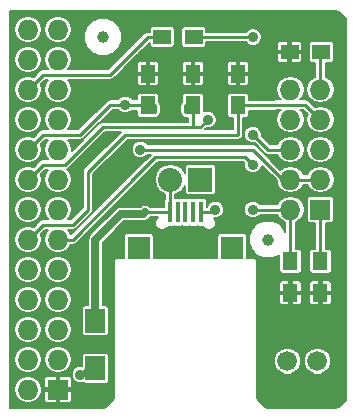
<source format=gbr>
G04 #@! TF.FileFunction,Copper,L1,Top,Signal*
%FSLAX46Y46*%
G04 Gerber Fmt 4.6, Leading zero omitted, Abs format (unit mm)*
G04 Created by KiCad (PCBNEW 4.0.1-stable) date 7/2/2016 9:29:48 PM*
%MOMM*%
G01*
G04 APERTURE LIST*
%ADD10C,0.150000*%
%ADD11R,0.400000X1.800000*%
%ADD12R,1.900000X1.900000*%
%ADD13C,1.000000*%
%ADD14R,1.300000X1.500000*%
%ADD15R,1.500000X1.300000*%
%ADD16R,1.727200X1.727200*%
%ADD17O,1.727200X1.727200*%
%ADD18R,1.700000X2.000000*%
%ADD19R,2.032000X2.032000*%
%ADD20O,2.032000X2.032000*%
%ADD21C,1.676400*%
%ADD22C,0.889000*%
%ADD23C,0.254000*%
%ADD24C,0.635000*%
%ADD25C,0.203200*%
G04 APERTURE END LIST*
D10*
D11*
X13940000Y-17380000D03*
X14590000Y-17380000D03*
X15240000Y-17380000D03*
X15890000Y-17380000D03*
X16540000Y-17380000D03*
D12*
X11290000Y-20405000D03*
X19190000Y-20405000D03*
D13*
X8255000Y-2540000D03*
X22225000Y-19685000D03*
D14*
X26670000Y-24210000D03*
X26670000Y-21510000D03*
X24130000Y-24210000D03*
X24130000Y-21510000D03*
X12065000Y-5635000D03*
X12065000Y-8335000D03*
X19685000Y-5635000D03*
X19685000Y-8335000D03*
D15*
X24050000Y-3810000D03*
X26750000Y-3810000D03*
D14*
X15875000Y-5635000D03*
X15875000Y-8335000D03*
D16*
X4445000Y-32385000D03*
D17*
X1905000Y-32385000D03*
X4445000Y-29845000D03*
X1905000Y-29845000D03*
X4445000Y-27305000D03*
X1905000Y-27305000D03*
X4445000Y-24765000D03*
X1905000Y-24765000D03*
X4445000Y-22225000D03*
X1905000Y-22225000D03*
X4445000Y-19685000D03*
X1905000Y-19685000D03*
X4445000Y-17145000D03*
X1905000Y-17145000D03*
X4445000Y-14605000D03*
X1905000Y-14605000D03*
X4445000Y-12065000D03*
X1905000Y-12065000D03*
X4445000Y-9525000D03*
X1905000Y-9525000D03*
X4445000Y-6985000D03*
X1905000Y-6985000D03*
X4445000Y-4445000D03*
X1905000Y-4445000D03*
X4445000Y-1905000D03*
X1905000Y-1905000D03*
D16*
X26670000Y-17145000D03*
D17*
X24130000Y-17145000D03*
X26670000Y-14605000D03*
X24130000Y-14605000D03*
X26670000Y-12065000D03*
X24130000Y-12065000D03*
X26670000Y-9525000D03*
X24130000Y-9525000D03*
X26670000Y-6985000D03*
X24130000Y-6985000D03*
D18*
X7620000Y-30575000D03*
X7620000Y-26575000D03*
D15*
X15955000Y-2540000D03*
X13255000Y-2540000D03*
D19*
X16510000Y-14605000D03*
D20*
X13970000Y-14605000D03*
D21*
X23876000Y-29972000D03*
X26416000Y-29972000D03*
D22*
X6350000Y-31115000D03*
X17780000Y-17145000D03*
X20955000Y-13335000D03*
X20955000Y-17145000D03*
X11430000Y-12065000D03*
X10160000Y-8255000D03*
X20955000Y-10795000D03*
X17145000Y-9525000D03*
X20955000Y-2540000D03*
D23*
X6350000Y-31115000D02*
X6890000Y-30575000D01*
X6890000Y-30575000D02*
X7620000Y-30575000D01*
X16540000Y-17380000D02*
X17545000Y-17380000D01*
X17545000Y-17380000D02*
X17780000Y-17145000D01*
X26670000Y-17145000D02*
X26670000Y-21510000D01*
X24130000Y-17145000D02*
X24130000Y-21510000D01*
X4445000Y-19685000D02*
X5715000Y-19685000D01*
X24130000Y-17145000D02*
X20955000Y-17145000D01*
X20955000Y-17145000D02*
X24130000Y-17145000D01*
X12700000Y-12700000D02*
X20320000Y-12700000D01*
X20320000Y-12700000D02*
X20955000Y-13335000D01*
X11430000Y-13970000D02*
X12700000Y-12700000D01*
X5715000Y-19685000D02*
X11430000Y-13970000D01*
X24050000Y-14685000D02*
X24130000Y-14605000D01*
X12700000Y-8335000D02*
X12700000Y-8890000D01*
X11985000Y-8255000D02*
X12065000Y-8335000D01*
X3175000Y-10795000D02*
X6350000Y-10795000D01*
X6350000Y-10795000D02*
X8890000Y-8255000D01*
X8890000Y-8255000D02*
X11985000Y-8255000D01*
X1905000Y-12065000D02*
X3175000Y-10795000D01*
X24130000Y-14605000D02*
X26670000Y-14605000D01*
X20955000Y-12065000D02*
X11430000Y-12065000D01*
X10160000Y-8255000D02*
X10240000Y-8335000D01*
X10240000Y-8335000D02*
X12065000Y-8335000D01*
X23495000Y-14605000D02*
X20955000Y-12065000D01*
X24130000Y-14605000D02*
X23495000Y-14605000D01*
X24130000Y-12065000D02*
X23495000Y-12065000D01*
X15240000Y-8335000D02*
X15240000Y-8890000D01*
X15875000Y-10160000D02*
X15875000Y-8335000D01*
X8255000Y-10160000D02*
X15875000Y-10160000D01*
X5080000Y-13335000D02*
X8255000Y-10160000D01*
X3175000Y-13335000D02*
X5080000Y-13335000D01*
X1905000Y-14605000D02*
X3175000Y-13335000D01*
X22225000Y-12065000D02*
X20955000Y-10795000D01*
X17145000Y-9525000D02*
X16510000Y-10160000D01*
X16510000Y-10160000D02*
X15875000Y-10160000D01*
X24130000Y-12065000D02*
X22225000Y-12065000D01*
X5715000Y-18415000D02*
X6985000Y-17145000D01*
X6985000Y-17145000D02*
X6985000Y-13970000D01*
X1905000Y-19685000D02*
X3175000Y-18415000D01*
X19685000Y-10795000D02*
X19685000Y-8335000D01*
X6985000Y-17145000D02*
X6985000Y-13970000D01*
X5715000Y-18415000D02*
X6985000Y-17145000D01*
X3175000Y-18415000D02*
X5715000Y-18415000D01*
X19685000Y-10795000D02*
X19685000Y-8335000D01*
X10160000Y-10795000D02*
X12700000Y-10795000D01*
X12700000Y-10795000D02*
X19685000Y-10795000D01*
X6985000Y-13970000D02*
X10160000Y-10795000D01*
X22780000Y-8335000D02*
X22860000Y-8255000D01*
X22860000Y-8255000D02*
X25400000Y-8255000D01*
X25400000Y-8255000D02*
X26670000Y-9525000D01*
X19685000Y-8335000D02*
X22780000Y-8335000D01*
X26670000Y-6985000D02*
X26670000Y-3890000D01*
X26670000Y-3890000D02*
X26750000Y-3810000D01*
D24*
X7620000Y-26575000D02*
X7620000Y-19685000D01*
X7620000Y-19685000D02*
X9779000Y-17526000D01*
X11684000Y-17526000D02*
X11830000Y-17380000D01*
X9779000Y-17526000D02*
X11684000Y-17526000D01*
D23*
X13940000Y-14635000D02*
X13970000Y-14605000D01*
X13940000Y-17380000D02*
X13940000Y-14635000D01*
X7620000Y-19685000D02*
X9925000Y-17380000D01*
X9925000Y-17380000D02*
X11830000Y-17380000D01*
X11830000Y-17380000D02*
X13940000Y-17380000D01*
X12700000Y-2540000D02*
X13255000Y-2540000D01*
X1905000Y-6985000D02*
X3175000Y-5715000D01*
X8890000Y-5715000D02*
X12065000Y-2540000D01*
X12065000Y-2540000D02*
X13255000Y-2540000D01*
X3175000Y-5715000D02*
X8890000Y-5715000D01*
X15955000Y-2540000D02*
X20955000Y-2540000D01*
D25*
G36*
X28212214Y-415898D02*
X28794102Y-997786D01*
X28855200Y-1304947D01*
X28855200Y-32985053D01*
X28794102Y-33292214D01*
X28212214Y-33874102D01*
X27905053Y-33935200D01*
X22259947Y-33935200D01*
X21952786Y-33874102D01*
X21370898Y-33292214D01*
X21309800Y-32985053D01*
X21309800Y-30198359D01*
X22732802Y-30198359D01*
X22906446Y-30618612D01*
X23227697Y-30940423D01*
X23647646Y-31114801D01*
X24102359Y-31115198D01*
X24522612Y-30941554D01*
X24844423Y-30620303D01*
X25018801Y-30200354D01*
X25018802Y-30198359D01*
X25272802Y-30198359D01*
X25446446Y-30618612D01*
X25767697Y-30940423D01*
X26187646Y-31114801D01*
X26642359Y-31115198D01*
X27062612Y-30941554D01*
X27384423Y-30620303D01*
X27558801Y-30200354D01*
X27559198Y-29745641D01*
X27385554Y-29325388D01*
X27064303Y-29003577D01*
X26644354Y-28829199D01*
X26189641Y-28828802D01*
X25769388Y-29002446D01*
X25447577Y-29323697D01*
X25273199Y-29743646D01*
X25272802Y-30198359D01*
X25018802Y-30198359D01*
X25019198Y-29745641D01*
X24845554Y-29325388D01*
X24524303Y-29003577D01*
X24104354Y-28829199D01*
X23649641Y-28828802D01*
X23229388Y-29002446D01*
X22907577Y-29323697D01*
X22733199Y-29743646D01*
X22732802Y-30198359D01*
X21309800Y-30198359D01*
X21309800Y-24375100D01*
X23175200Y-24375100D01*
X23175200Y-25020628D01*
X23221603Y-25132655D01*
X23307344Y-25218397D01*
X23419371Y-25264800D01*
X23964900Y-25264800D01*
X24041100Y-25188600D01*
X24041100Y-24298900D01*
X24218900Y-24298900D01*
X24218900Y-25188600D01*
X24295100Y-25264800D01*
X24840629Y-25264800D01*
X24952656Y-25218397D01*
X25038397Y-25132655D01*
X25084800Y-25020628D01*
X25084800Y-24375100D01*
X25715200Y-24375100D01*
X25715200Y-25020628D01*
X25761603Y-25132655D01*
X25847344Y-25218397D01*
X25959371Y-25264800D01*
X26504900Y-25264800D01*
X26581100Y-25188600D01*
X26581100Y-24298900D01*
X26758900Y-24298900D01*
X26758900Y-25188600D01*
X26835100Y-25264800D01*
X27380629Y-25264800D01*
X27492656Y-25218397D01*
X27578397Y-25132655D01*
X27624800Y-25020628D01*
X27624800Y-24375100D01*
X27548600Y-24298900D01*
X26758900Y-24298900D01*
X26581100Y-24298900D01*
X25791400Y-24298900D01*
X25715200Y-24375100D01*
X25084800Y-24375100D01*
X25008600Y-24298900D01*
X24218900Y-24298900D01*
X24041100Y-24298900D01*
X23251400Y-24298900D01*
X23175200Y-24375100D01*
X21309800Y-24375100D01*
X21309800Y-23399372D01*
X23175200Y-23399372D01*
X23175200Y-24044900D01*
X23251400Y-24121100D01*
X24041100Y-24121100D01*
X24041100Y-23231400D01*
X24218900Y-23231400D01*
X24218900Y-24121100D01*
X25008600Y-24121100D01*
X25084800Y-24044900D01*
X25084800Y-23399372D01*
X25715200Y-23399372D01*
X25715200Y-24044900D01*
X25791400Y-24121100D01*
X26581100Y-24121100D01*
X26581100Y-23231400D01*
X26758900Y-23231400D01*
X26758900Y-24121100D01*
X27548600Y-24121100D01*
X27624800Y-24044900D01*
X27624800Y-23399372D01*
X27578397Y-23287345D01*
X27492656Y-23201603D01*
X27380629Y-23155200D01*
X26835100Y-23155200D01*
X26758900Y-23231400D01*
X26581100Y-23231400D01*
X26504900Y-23155200D01*
X25959371Y-23155200D01*
X25847344Y-23201603D01*
X25761603Y-23287345D01*
X25715200Y-23399372D01*
X25084800Y-23399372D01*
X25038397Y-23287345D01*
X24952656Y-23201603D01*
X24840629Y-23155200D01*
X24295100Y-23155200D01*
X24218900Y-23231400D01*
X24041100Y-23231400D01*
X23964900Y-23155200D01*
X23419371Y-23155200D01*
X23307344Y-23201603D01*
X23221603Y-23287345D01*
X23175200Y-23399372D01*
X21309800Y-23399372D01*
X21309800Y-21590000D01*
X21282792Y-21454224D01*
X21205881Y-21339119D01*
X21090776Y-21262208D01*
X20955000Y-21235200D01*
X20450771Y-21235200D01*
X20450771Y-19455000D01*
X20429518Y-19342048D01*
X20362763Y-19238308D01*
X20260907Y-19168713D01*
X20140000Y-19144229D01*
X18240000Y-19144229D01*
X18127048Y-19165482D01*
X18023308Y-19232237D01*
X17953713Y-19334093D01*
X17929229Y-19455000D01*
X17929229Y-21235200D01*
X12550771Y-21235200D01*
X12550771Y-19455000D01*
X12529518Y-19342048D01*
X12462763Y-19238308D01*
X12360907Y-19168713D01*
X12240000Y-19144229D01*
X10340000Y-19144229D01*
X10227048Y-19165482D01*
X10123308Y-19232237D01*
X10053713Y-19334093D01*
X10029229Y-19455000D01*
X10029229Y-21235200D01*
X9525000Y-21235200D01*
X9389224Y-21262208D01*
X9274119Y-21339119D01*
X9197208Y-21454224D01*
X9170200Y-21590000D01*
X9170200Y-32985053D01*
X9109102Y-33292214D01*
X8527214Y-33874102D01*
X8220053Y-33935200D01*
X354800Y-33935200D01*
X354800Y-32385000D01*
X713710Y-32385000D01*
X802649Y-32832127D01*
X1055926Y-33211184D01*
X1434983Y-33464461D01*
X1882110Y-33553400D01*
X1927890Y-33553400D01*
X2375017Y-33464461D01*
X2754074Y-33211184D01*
X3007351Y-32832127D01*
X3063449Y-32550100D01*
X3276600Y-32550100D01*
X3276600Y-33309229D01*
X3323003Y-33421256D01*
X3408745Y-33506997D01*
X3520772Y-33553400D01*
X4279900Y-33553400D01*
X4356100Y-33477200D01*
X4356100Y-32473900D01*
X4533900Y-32473900D01*
X4533900Y-33477200D01*
X4610100Y-33553400D01*
X5369228Y-33553400D01*
X5481255Y-33506997D01*
X5566997Y-33421256D01*
X5613400Y-33309229D01*
X5613400Y-32550100D01*
X5537200Y-32473900D01*
X4533900Y-32473900D01*
X4356100Y-32473900D01*
X3352800Y-32473900D01*
X3276600Y-32550100D01*
X3063449Y-32550100D01*
X3096290Y-32385000D01*
X3007351Y-31937873D01*
X2754074Y-31558816D01*
X2607339Y-31460771D01*
X3276600Y-31460771D01*
X3276600Y-32219900D01*
X3352800Y-32296100D01*
X4356100Y-32296100D01*
X4356100Y-31292800D01*
X4533900Y-31292800D01*
X4533900Y-32296100D01*
X5537200Y-32296100D01*
X5613400Y-32219900D01*
X5613400Y-31460771D01*
X5566997Y-31348744D01*
X5481644Y-31263391D01*
X5600570Y-31263391D01*
X5714404Y-31538890D01*
X5925001Y-31749856D01*
X6200301Y-31864170D01*
X6498391Y-31864430D01*
X6595169Y-31824442D01*
X6649093Y-31861287D01*
X6770000Y-31885771D01*
X8470000Y-31885771D01*
X8582952Y-31864518D01*
X8686692Y-31797763D01*
X8756287Y-31695907D01*
X8780771Y-31575000D01*
X8780771Y-29575000D01*
X8759518Y-29462048D01*
X8692763Y-29358308D01*
X8590907Y-29288713D01*
X8470000Y-29264229D01*
X6770000Y-29264229D01*
X6657048Y-29285482D01*
X6553308Y-29352237D01*
X6483713Y-29454093D01*
X6459229Y-29575000D01*
X6459229Y-30365795D01*
X6201609Y-30365570D01*
X5926110Y-30479404D01*
X5715144Y-30690001D01*
X5600830Y-30965301D01*
X5600570Y-31263391D01*
X5481644Y-31263391D01*
X5481255Y-31263003D01*
X5369228Y-31216600D01*
X4610100Y-31216600D01*
X4533900Y-31292800D01*
X4356100Y-31292800D01*
X4279900Y-31216600D01*
X3520772Y-31216600D01*
X3408745Y-31263003D01*
X3323003Y-31348744D01*
X3276600Y-31460771D01*
X2607339Y-31460771D01*
X2375017Y-31305539D01*
X1927890Y-31216600D01*
X1882110Y-31216600D01*
X1434983Y-31305539D01*
X1055926Y-31558816D01*
X802649Y-31937873D01*
X713710Y-32385000D01*
X354800Y-32385000D01*
X354800Y-29845000D01*
X713710Y-29845000D01*
X802649Y-30292127D01*
X1055926Y-30671184D01*
X1434983Y-30924461D01*
X1882110Y-31013400D01*
X1927890Y-31013400D01*
X2375017Y-30924461D01*
X2754074Y-30671184D01*
X3007351Y-30292127D01*
X3096290Y-29845000D01*
X3253710Y-29845000D01*
X3342649Y-30292127D01*
X3595926Y-30671184D01*
X3974983Y-30924461D01*
X4422110Y-31013400D01*
X4467890Y-31013400D01*
X4915017Y-30924461D01*
X5294074Y-30671184D01*
X5547351Y-30292127D01*
X5636290Y-29845000D01*
X5547351Y-29397873D01*
X5294074Y-29018816D01*
X4915017Y-28765539D01*
X4467890Y-28676600D01*
X4422110Y-28676600D01*
X3974983Y-28765539D01*
X3595926Y-29018816D01*
X3342649Y-29397873D01*
X3253710Y-29845000D01*
X3096290Y-29845000D01*
X3007351Y-29397873D01*
X2754074Y-29018816D01*
X2375017Y-28765539D01*
X1927890Y-28676600D01*
X1882110Y-28676600D01*
X1434983Y-28765539D01*
X1055926Y-29018816D01*
X802649Y-29397873D01*
X713710Y-29845000D01*
X354800Y-29845000D01*
X354800Y-27305000D01*
X713710Y-27305000D01*
X802649Y-27752127D01*
X1055926Y-28131184D01*
X1434983Y-28384461D01*
X1882110Y-28473400D01*
X1927890Y-28473400D01*
X2375017Y-28384461D01*
X2754074Y-28131184D01*
X3007351Y-27752127D01*
X3096290Y-27305000D01*
X3253710Y-27305000D01*
X3342649Y-27752127D01*
X3595926Y-28131184D01*
X3974983Y-28384461D01*
X4422110Y-28473400D01*
X4467890Y-28473400D01*
X4915017Y-28384461D01*
X5294074Y-28131184D01*
X5547351Y-27752127D01*
X5636290Y-27305000D01*
X5547351Y-26857873D01*
X5294074Y-26478816D01*
X4915017Y-26225539D01*
X4467890Y-26136600D01*
X4422110Y-26136600D01*
X3974983Y-26225539D01*
X3595926Y-26478816D01*
X3342649Y-26857873D01*
X3253710Y-27305000D01*
X3096290Y-27305000D01*
X3007351Y-26857873D01*
X2754074Y-26478816D01*
X2375017Y-26225539D01*
X1927890Y-26136600D01*
X1882110Y-26136600D01*
X1434983Y-26225539D01*
X1055926Y-26478816D01*
X802649Y-26857873D01*
X713710Y-27305000D01*
X354800Y-27305000D01*
X354800Y-24765000D01*
X713710Y-24765000D01*
X802649Y-25212127D01*
X1055926Y-25591184D01*
X1434983Y-25844461D01*
X1882110Y-25933400D01*
X1927890Y-25933400D01*
X2375017Y-25844461D01*
X2754074Y-25591184D01*
X3007351Y-25212127D01*
X3096290Y-24765000D01*
X3253710Y-24765000D01*
X3342649Y-25212127D01*
X3595926Y-25591184D01*
X3974983Y-25844461D01*
X4422110Y-25933400D01*
X4467890Y-25933400D01*
X4915017Y-25844461D01*
X5294074Y-25591184D01*
X5304887Y-25575000D01*
X6459229Y-25575000D01*
X6459229Y-27575000D01*
X6480482Y-27687952D01*
X6547237Y-27791692D01*
X6649093Y-27861287D01*
X6770000Y-27885771D01*
X8470000Y-27885771D01*
X8582952Y-27864518D01*
X8686692Y-27797763D01*
X8756287Y-27695907D01*
X8780771Y-27575000D01*
X8780771Y-25575000D01*
X8759518Y-25462048D01*
X8692763Y-25358308D01*
X8590907Y-25288713D01*
X8470000Y-25264229D01*
X8242300Y-25264229D01*
X8242300Y-19942766D01*
X10036765Y-18148300D01*
X11683995Y-18148300D01*
X11684000Y-18148301D01*
X11922144Y-18100930D01*
X12124033Y-17966033D01*
X12270032Y-17820033D01*
X12275533Y-17811800D01*
X12915346Y-17811800D01*
X12911999Y-17813183D01*
X12748756Y-17976141D01*
X12660301Y-18189165D01*
X12660100Y-18419823D01*
X12748183Y-18633001D01*
X12911141Y-18796244D01*
X13124165Y-18884699D01*
X13354823Y-18884900D01*
X13568001Y-18796817D01*
X13731244Y-18633859D01*
X13749136Y-18590771D01*
X14140000Y-18590771D01*
X14252952Y-18569518D01*
X14263700Y-18562602D01*
X14269093Y-18566287D01*
X14390000Y-18590771D01*
X14790000Y-18590771D01*
X14902952Y-18569518D01*
X14913700Y-18562602D01*
X14919093Y-18566287D01*
X15040000Y-18590771D01*
X15440000Y-18590771D01*
X15552952Y-18569518D01*
X15563700Y-18562602D01*
X15569093Y-18566287D01*
X15690000Y-18590771D01*
X16090000Y-18590771D01*
X16202952Y-18569518D01*
X16213700Y-18562602D01*
X16219093Y-18566287D01*
X16340000Y-18590771D01*
X16730734Y-18590771D01*
X16748183Y-18633001D01*
X16911141Y-18796244D01*
X17124165Y-18884699D01*
X17354823Y-18884900D01*
X17568001Y-18796817D01*
X17731244Y-18633859D01*
X17819699Y-18420835D01*
X17819900Y-18190177D01*
X17731817Y-17976999D01*
X17649149Y-17894186D01*
X17928391Y-17894430D01*
X18203890Y-17780596D01*
X18414856Y-17569999D01*
X18529170Y-17294699D01*
X18529171Y-17293391D01*
X20205570Y-17293391D01*
X20319404Y-17568890D01*
X20530001Y-17779856D01*
X20805301Y-17894170D01*
X21103391Y-17894430D01*
X21378890Y-17780596D01*
X21583043Y-17576800D01*
X23024600Y-17576800D01*
X23027649Y-17592127D01*
X23280926Y-17971184D01*
X23659983Y-18224461D01*
X23698200Y-18232063D01*
X23698200Y-19056397D01*
X23583562Y-18778952D01*
X23133418Y-18328021D01*
X22544976Y-18083679D01*
X21907820Y-18083123D01*
X21318952Y-18326438D01*
X20868021Y-18776582D01*
X20623679Y-19365024D01*
X20623123Y-20002180D01*
X20866438Y-20591048D01*
X21316582Y-21041979D01*
X21905024Y-21286321D01*
X22542180Y-21286877D01*
X23131048Y-21043562D01*
X23169229Y-21005448D01*
X23169229Y-22260000D01*
X23190482Y-22372952D01*
X23257237Y-22476692D01*
X23359093Y-22546287D01*
X23480000Y-22570771D01*
X24780000Y-22570771D01*
X24892952Y-22549518D01*
X24996692Y-22482763D01*
X25066287Y-22380907D01*
X25090771Y-22260000D01*
X25090771Y-20760000D01*
X25069518Y-20647048D01*
X25002763Y-20543308D01*
X24900907Y-20473713D01*
X24780000Y-20449229D01*
X24561800Y-20449229D01*
X24561800Y-18232063D01*
X24600017Y-18224461D01*
X24979074Y-17971184D01*
X25232351Y-17592127D01*
X25321290Y-17145000D01*
X25232351Y-16697873D01*
X24979074Y-16318816D01*
X24923077Y-16281400D01*
X25495629Y-16281400D01*
X25495629Y-18008600D01*
X25516882Y-18121552D01*
X25583637Y-18225292D01*
X25685493Y-18294887D01*
X25806400Y-18319371D01*
X26238200Y-18319371D01*
X26238200Y-20449229D01*
X26020000Y-20449229D01*
X25907048Y-20470482D01*
X25803308Y-20537237D01*
X25733713Y-20639093D01*
X25709229Y-20760000D01*
X25709229Y-22260000D01*
X25730482Y-22372952D01*
X25797237Y-22476692D01*
X25899093Y-22546287D01*
X26020000Y-22570771D01*
X27320000Y-22570771D01*
X27432952Y-22549518D01*
X27536692Y-22482763D01*
X27606287Y-22380907D01*
X27630771Y-22260000D01*
X27630771Y-20760000D01*
X27609518Y-20647048D01*
X27542763Y-20543308D01*
X27440907Y-20473713D01*
X27320000Y-20449229D01*
X27101800Y-20449229D01*
X27101800Y-18319371D01*
X27533600Y-18319371D01*
X27646552Y-18298118D01*
X27750292Y-18231363D01*
X27819887Y-18129507D01*
X27844371Y-18008600D01*
X27844371Y-16281400D01*
X27823118Y-16168448D01*
X27756363Y-16064708D01*
X27654507Y-15995113D01*
X27533600Y-15970629D01*
X25806400Y-15970629D01*
X25693448Y-15991882D01*
X25589708Y-16058637D01*
X25520113Y-16160493D01*
X25495629Y-16281400D01*
X24923077Y-16281400D01*
X24600017Y-16065539D01*
X24152890Y-15976600D01*
X24107110Y-15976600D01*
X23659983Y-16065539D01*
X23280926Y-16318816D01*
X23027649Y-16697873D01*
X23024600Y-16713200D01*
X21582700Y-16713200D01*
X21379999Y-16510144D01*
X21104699Y-16395830D01*
X20806609Y-16395570D01*
X20531110Y-16509404D01*
X20320144Y-16720001D01*
X20205830Y-16995301D01*
X20205570Y-17293391D01*
X18529171Y-17293391D01*
X18529430Y-16996609D01*
X18415596Y-16721110D01*
X18204999Y-16510144D01*
X17929699Y-16395830D01*
X17631609Y-16395570D01*
X17356110Y-16509404D01*
X17145144Y-16720001D01*
X17050771Y-16947278D01*
X17050771Y-16480000D01*
X17029518Y-16367048D01*
X16962763Y-16263308D01*
X16860907Y-16193713D01*
X16740000Y-16169229D01*
X16340000Y-16169229D01*
X16227048Y-16190482D01*
X16216300Y-16197398D01*
X16210907Y-16193713D01*
X16090000Y-16169229D01*
X15690000Y-16169229D01*
X15577048Y-16190482D01*
X15566300Y-16197398D01*
X15560907Y-16193713D01*
X15440000Y-16169229D01*
X15040000Y-16169229D01*
X14927048Y-16190482D01*
X14916300Y-16197398D01*
X14910907Y-16193713D01*
X14790000Y-16169229D01*
X14390000Y-16169229D01*
X14371800Y-16172654D01*
X14371800Y-15871753D01*
X14475448Y-15851136D01*
X14903947Y-15564823D01*
X15183229Y-15146847D01*
X15183229Y-15621000D01*
X15204482Y-15733952D01*
X15271237Y-15837692D01*
X15373093Y-15907287D01*
X15494000Y-15931771D01*
X17526000Y-15931771D01*
X17638952Y-15910518D01*
X17742692Y-15843763D01*
X17812287Y-15741907D01*
X17836771Y-15621000D01*
X17836771Y-13589000D01*
X17815518Y-13476048D01*
X17748763Y-13372308D01*
X17646907Y-13302713D01*
X17526000Y-13278229D01*
X15494000Y-13278229D01*
X15381048Y-13299482D01*
X15277308Y-13366237D01*
X15207713Y-13468093D01*
X15183229Y-13589000D01*
X15183229Y-14063153D01*
X14903947Y-13645177D01*
X14475448Y-13358864D01*
X13970000Y-13258324D01*
X13464552Y-13358864D01*
X13036053Y-13645177D01*
X12749740Y-14073676D01*
X12649200Y-14579124D01*
X12649200Y-14630876D01*
X12749740Y-15136324D01*
X13036053Y-15564823D01*
X13464552Y-15851136D01*
X13508200Y-15859818D01*
X13508200Y-16279348D01*
X13453713Y-16359093D01*
X13429229Y-16480000D01*
X13429229Y-16948200D01*
X12275532Y-16948200D01*
X12270032Y-16939968D01*
X12068144Y-16805070D01*
X11830000Y-16757699D01*
X11591856Y-16805070D01*
X11444246Y-16903700D01*
X9779005Y-16903700D01*
X9779000Y-16903699D01*
X9555284Y-16948200D01*
X9540856Y-16951070D01*
X9338967Y-17085967D01*
X9338965Y-17085970D01*
X7179967Y-19244967D01*
X7045070Y-19446856D01*
X6997699Y-19685000D01*
X6997700Y-19685005D01*
X6997700Y-25264229D01*
X6770000Y-25264229D01*
X6657048Y-25285482D01*
X6553308Y-25352237D01*
X6483713Y-25454093D01*
X6459229Y-25575000D01*
X5304887Y-25575000D01*
X5547351Y-25212127D01*
X5636290Y-24765000D01*
X5547351Y-24317873D01*
X5294074Y-23938816D01*
X4915017Y-23685539D01*
X4467890Y-23596600D01*
X4422110Y-23596600D01*
X3974983Y-23685539D01*
X3595926Y-23938816D01*
X3342649Y-24317873D01*
X3253710Y-24765000D01*
X3096290Y-24765000D01*
X3007351Y-24317873D01*
X2754074Y-23938816D01*
X2375017Y-23685539D01*
X1927890Y-23596600D01*
X1882110Y-23596600D01*
X1434983Y-23685539D01*
X1055926Y-23938816D01*
X802649Y-24317873D01*
X713710Y-24765000D01*
X354800Y-24765000D01*
X354800Y-22225000D01*
X713710Y-22225000D01*
X802649Y-22672127D01*
X1055926Y-23051184D01*
X1434983Y-23304461D01*
X1882110Y-23393400D01*
X1927890Y-23393400D01*
X2375017Y-23304461D01*
X2754074Y-23051184D01*
X3007351Y-22672127D01*
X3096290Y-22225000D01*
X3253710Y-22225000D01*
X3342649Y-22672127D01*
X3595926Y-23051184D01*
X3974983Y-23304461D01*
X4422110Y-23393400D01*
X4467890Y-23393400D01*
X4915017Y-23304461D01*
X5294074Y-23051184D01*
X5547351Y-22672127D01*
X5636290Y-22225000D01*
X5547351Y-21777873D01*
X5294074Y-21398816D01*
X4915017Y-21145539D01*
X4467890Y-21056600D01*
X4422110Y-21056600D01*
X3974983Y-21145539D01*
X3595926Y-21398816D01*
X3342649Y-21777873D01*
X3253710Y-22225000D01*
X3096290Y-22225000D01*
X3007351Y-21777873D01*
X2754074Y-21398816D01*
X2375017Y-21145539D01*
X1927890Y-21056600D01*
X1882110Y-21056600D01*
X1434983Y-21145539D01*
X1055926Y-21398816D01*
X802649Y-21777873D01*
X713710Y-22225000D01*
X354800Y-22225000D01*
X354800Y-17145000D01*
X713710Y-17145000D01*
X802649Y-17592127D01*
X1055926Y-17971184D01*
X1434983Y-18224461D01*
X1882110Y-18313400D01*
X1927890Y-18313400D01*
X2375017Y-18224461D01*
X2754074Y-17971184D01*
X3007351Y-17592127D01*
X3096290Y-17145000D01*
X3007351Y-16697873D01*
X2754074Y-16318816D01*
X2375017Y-16065539D01*
X1927890Y-15976600D01*
X1882110Y-15976600D01*
X1434983Y-16065539D01*
X1055926Y-16318816D01*
X802649Y-16697873D01*
X713710Y-17145000D01*
X354800Y-17145000D01*
X354800Y-12065000D01*
X713710Y-12065000D01*
X802649Y-12512127D01*
X1055926Y-12891184D01*
X1434983Y-13144461D01*
X1882110Y-13233400D01*
X1927890Y-13233400D01*
X2375017Y-13144461D01*
X2754074Y-12891184D01*
X3007351Y-12512127D01*
X3096290Y-12065000D01*
X3007351Y-11617873D01*
X2989500Y-11591158D01*
X3353858Y-11226800D01*
X3613909Y-11226800D01*
X3595926Y-11238816D01*
X3342649Y-11617873D01*
X3253710Y-12065000D01*
X3342649Y-12512127D01*
X3595926Y-12891184D01*
X3613909Y-12903200D01*
X3175000Y-12903200D01*
X3009757Y-12936069D01*
X2869671Y-13029671D01*
X2374004Y-13525338D01*
X1927890Y-13436600D01*
X1882110Y-13436600D01*
X1434983Y-13525539D01*
X1055926Y-13778816D01*
X802649Y-14157873D01*
X713710Y-14605000D01*
X802649Y-15052127D01*
X1055926Y-15431184D01*
X1434983Y-15684461D01*
X1882110Y-15773400D01*
X1927890Y-15773400D01*
X2375017Y-15684461D01*
X2754074Y-15431184D01*
X3007351Y-15052127D01*
X3096290Y-14605000D01*
X3007351Y-14157873D01*
X2989500Y-14131158D01*
X3353858Y-13766800D01*
X3613909Y-13766800D01*
X3595926Y-13778816D01*
X3342649Y-14157873D01*
X3253710Y-14605000D01*
X3342649Y-15052127D01*
X3595926Y-15431184D01*
X3974983Y-15684461D01*
X4422110Y-15773400D01*
X4467890Y-15773400D01*
X4915017Y-15684461D01*
X5294074Y-15431184D01*
X5547351Y-15052127D01*
X5636290Y-14605000D01*
X5547351Y-14157873D01*
X5294074Y-13778816D01*
X5231107Y-13736743D01*
X5245243Y-13733931D01*
X5385329Y-13640329D01*
X8433858Y-10591800D01*
X9752542Y-10591800D01*
X6679671Y-13664671D01*
X6586069Y-13804757D01*
X6553200Y-13970000D01*
X6553200Y-16966142D01*
X5536142Y-17983200D01*
X5276091Y-17983200D01*
X5294074Y-17971184D01*
X5547351Y-17592127D01*
X5636290Y-17145000D01*
X5547351Y-16697873D01*
X5294074Y-16318816D01*
X4915017Y-16065539D01*
X4467890Y-15976600D01*
X4422110Y-15976600D01*
X3974983Y-16065539D01*
X3595926Y-16318816D01*
X3342649Y-16697873D01*
X3253710Y-17145000D01*
X3342649Y-17592127D01*
X3595926Y-17971184D01*
X3613909Y-17983200D01*
X3175000Y-17983200D01*
X3009757Y-18016069D01*
X2869671Y-18109671D01*
X2374004Y-18605338D01*
X1927890Y-18516600D01*
X1882110Y-18516600D01*
X1434983Y-18605539D01*
X1055926Y-18858816D01*
X802649Y-19237873D01*
X713710Y-19685000D01*
X802649Y-20132127D01*
X1055926Y-20511184D01*
X1434983Y-20764461D01*
X1882110Y-20853400D01*
X1927890Y-20853400D01*
X2375017Y-20764461D01*
X2754074Y-20511184D01*
X3007351Y-20132127D01*
X3096290Y-19685000D01*
X3007351Y-19237873D01*
X2989500Y-19211158D01*
X3353858Y-18846800D01*
X3613909Y-18846800D01*
X3595926Y-18858816D01*
X3342649Y-19237873D01*
X3253710Y-19685000D01*
X3342649Y-20132127D01*
X3595926Y-20511184D01*
X3974983Y-20764461D01*
X4422110Y-20853400D01*
X4467890Y-20853400D01*
X4915017Y-20764461D01*
X5294074Y-20511184D01*
X5547351Y-20132127D01*
X5550400Y-20116800D01*
X5715000Y-20116800D01*
X5880243Y-20083931D01*
X6020329Y-19990329D01*
X11735326Y-14275331D01*
X11735329Y-14275329D01*
X12878858Y-13131800D01*
X20141142Y-13131800D01*
X20205820Y-13196478D01*
X20205570Y-13483391D01*
X20319404Y-13758890D01*
X20530001Y-13969856D01*
X20805301Y-14084170D01*
X21103391Y-14084430D01*
X21378890Y-13970596D01*
X21589856Y-13759999D01*
X21704170Y-13484699D01*
X21704222Y-13424880D01*
X22952209Y-14672867D01*
X23027649Y-15052127D01*
X23280926Y-15431184D01*
X23659983Y-15684461D01*
X24107110Y-15773400D01*
X24152890Y-15773400D01*
X24600017Y-15684461D01*
X24979074Y-15431184D01*
X25232351Y-15052127D01*
X25235400Y-15036800D01*
X25564600Y-15036800D01*
X25567649Y-15052127D01*
X25820926Y-15431184D01*
X26199983Y-15684461D01*
X26647110Y-15773400D01*
X26692890Y-15773400D01*
X27140017Y-15684461D01*
X27519074Y-15431184D01*
X27772351Y-15052127D01*
X27861290Y-14605000D01*
X27772351Y-14157873D01*
X27519074Y-13778816D01*
X27140017Y-13525539D01*
X26692890Y-13436600D01*
X26647110Y-13436600D01*
X26199983Y-13525539D01*
X25820926Y-13778816D01*
X25567649Y-14157873D01*
X25564600Y-14173200D01*
X25235400Y-14173200D01*
X25232351Y-14157873D01*
X24979074Y-13778816D01*
X24600017Y-13525539D01*
X24152890Y-13436600D01*
X24107110Y-13436600D01*
X23659983Y-13525539D01*
X23280926Y-13778816D01*
X23280344Y-13779687D01*
X21260329Y-11759671D01*
X21120243Y-11666069D01*
X20955000Y-11633200D01*
X12057700Y-11633200D01*
X11854999Y-11430144D01*
X11579699Y-11315830D01*
X11281609Y-11315570D01*
X11006110Y-11429404D01*
X10795144Y-11640001D01*
X10680830Y-11915301D01*
X10680570Y-12213391D01*
X10794404Y-12488890D01*
X11005001Y-12699856D01*
X11280301Y-12814170D01*
X11578391Y-12814430D01*
X11853890Y-12700596D01*
X12058043Y-12496800D01*
X12292542Y-12496800D01*
X11124671Y-13664671D01*
X11124669Y-13664674D01*
X5548034Y-19241308D01*
X5547351Y-19237873D01*
X5294074Y-18858816D01*
X5276091Y-18846800D01*
X5715000Y-18846800D01*
X5880243Y-18813931D01*
X6020329Y-18720329D01*
X7290329Y-17450329D01*
X7383931Y-17310243D01*
X7416800Y-17145000D01*
X7416800Y-14148858D01*
X10338858Y-11226800D01*
X19685000Y-11226800D01*
X19850243Y-11193931D01*
X19990329Y-11100329D01*
X20083931Y-10960243D01*
X20087283Y-10943391D01*
X20205570Y-10943391D01*
X20319404Y-11218890D01*
X20530001Y-11429856D01*
X20805301Y-11544170D01*
X21093764Y-11544422D01*
X21919671Y-12370329D01*
X22059757Y-12463931D01*
X22225000Y-12496800D01*
X23024600Y-12496800D01*
X23027649Y-12512127D01*
X23280926Y-12891184D01*
X23659983Y-13144461D01*
X24107110Y-13233400D01*
X24152890Y-13233400D01*
X24600017Y-13144461D01*
X24979074Y-12891184D01*
X25232351Y-12512127D01*
X25321290Y-12065000D01*
X25478710Y-12065000D01*
X25567649Y-12512127D01*
X25820926Y-12891184D01*
X26199983Y-13144461D01*
X26647110Y-13233400D01*
X26692890Y-13233400D01*
X27140017Y-13144461D01*
X27519074Y-12891184D01*
X27772351Y-12512127D01*
X27861290Y-12065000D01*
X27772351Y-11617873D01*
X27519074Y-11238816D01*
X27140017Y-10985539D01*
X26692890Y-10896600D01*
X26647110Y-10896600D01*
X26199983Y-10985539D01*
X25820926Y-11238816D01*
X25567649Y-11617873D01*
X25478710Y-12065000D01*
X25321290Y-12065000D01*
X25232351Y-11617873D01*
X24979074Y-11238816D01*
X24600017Y-10985539D01*
X24152890Y-10896600D01*
X24107110Y-10896600D01*
X23659983Y-10985539D01*
X23280926Y-11238816D01*
X23027649Y-11617873D01*
X23024600Y-11633200D01*
X22403858Y-11633200D01*
X21704180Y-10933522D01*
X21704430Y-10646609D01*
X21590596Y-10371110D01*
X21379999Y-10160144D01*
X21104699Y-10045830D01*
X20806609Y-10045570D01*
X20531110Y-10159404D01*
X20320144Y-10370001D01*
X20205830Y-10645301D01*
X20205570Y-10943391D01*
X20087283Y-10943391D01*
X20116800Y-10795000D01*
X20116800Y-9395771D01*
X20335000Y-9395771D01*
X20447952Y-9374518D01*
X20551692Y-9307763D01*
X20621287Y-9205907D01*
X20645771Y-9085000D01*
X20645771Y-8766800D01*
X22780000Y-8766800D01*
X22945243Y-8733931D01*
X23015780Y-8686800D01*
X23298909Y-8686800D01*
X23280926Y-8698816D01*
X23027649Y-9077873D01*
X22938710Y-9525000D01*
X23027649Y-9972127D01*
X23280926Y-10351184D01*
X23659983Y-10604461D01*
X24107110Y-10693400D01*
X24152890Y-10693400D01*
X24600017Y-10604461D01*
X24979074Y-10351184D01*
X25232351Y-9972127D01*
X25321290Y-9525000D01*
X25232351Y-9077873D01*
X24979074Y-8698816D01*
X24961091Y-8686800D01*
X25221142Y-8686800D01*
X25585500Y-9051158D01*
X25567649Y-9077873D01*
X25478710Y-9525000D01*
X25567649Y-9972127D01*
X25820926Y-10351184D01*
X26199983Y-10604461D01*
X26647110Y-10693400D01*
X26692890Y-10693400D01*
X27140017Y-10604461D01*
X27519074Y-10351184D01*
X27772351Y-9972127D01*
X27861290Y-9525000D01*
X27772351Y-9077873D01*
X27519074Y-8698816D01*
X27140017Y-8445539D01*
X26692890Y-8356600D01*
X26647110Y-8356600D01*
X26200996Y-8445338D01*
X25705329Y-7949671D01*
X25684972Y-7936069D01*
X25565243Y-7856069D01*
X25400000Y-7823200D01*
X24961091Y-7823200D01*
X24979074Y-7811184D01*
X25232351Y-7432127D01*
X25321290Y-6985000D01*
X25478710Y-6985000D01*
X25567649Y-7432127D01*
X25820926Y-7811184D01*
X26199983Y-8064461D01*
X26647110Y-8153400D01*
X26692890Y-8153400D01*
X27140017Y-8064461D01*
X27519074Y-7811184D01*
X27772351Y-7432127D01*
X27861290Y-6985000D01*
X27772351Y-6537873D01*
X27519074Y-6158816D01*
X27140017Y-5905539D01*
X27101800Y-5897937D01*
X27101800Y-4770771D01*
X27500000Y-4770771D01*
X27612952Y-4749518D01*
X27716692Y-4682763D01*
X27786287Y-4580907D01*
X27810771Y-4460000D01*
X27810771Y-3160000D01*
X27789518Y-3047048D01*
X27722763Y-2943308D01*
X27620907Y-2873713D01*
X27500000Y-2849229D01*
X26000000Y-2849229D01*
X25887048Y-2870482D01*
X25783308Y-2937237D01*
X25713713Y-3039093D01*
X25689229Y-3160000D01*
X25689229Y-4460000D01*
X25710482Y-4572952D01*
X25777237Y-4676692D01*
X25879093Y-4746287D01*
X26000000Y-4770771D01*
X26238200Y-4770771D01*
X26238200Y-5897937D01*
X26199983Y-5905539D01*
X25820926Y-6158816D01*
X25567649Y-6537873D01*
X25478710Y-6985000D01*
X25321290Y-6985000D01*
X25232351Y-6537873D01*
X24979074Y-6158816D01*
X24600017Y-5905539D01*
X24152890Y-5816600D01*
X24107110Y-5816600D01*
X23659983Y-5905539D01*
X23280926Y-6158816D01*
X23027649Y-6537873D01*
X22938710Y-6985000D01*
X23027649Y-7432127D01*
X23280926Y-7811184D01*
X23298909Y-7823200D01*
X22860000Y-7823200D01*
X22694757Y-7856069D01*
X22624220Y-7903200D01*
X20645771Y-7903200D01*
X20645771Y-7585000D01*
X20624518Y-7472048D01*
X20557763Y-7368308D01*
X20455907Y-7298713D01*
X20335000Y-7274229D01*
X19035000Y-7274229D01*
X18922048Y-7295482D01*
X18818308Y-7362237D01*
X18748713Y-7464093D01*
X18724229Y-7585000D01*
X18724229Y-9085000D01*
X18745482Y-9197952D01*
X18812237Y-9301692D01*
X18914093Y-9371287D01*
X19035000Y-9395771D01*
X19253200Y-9395771D01*
X19253200Y-10363200D01*
X16917458Y-10363200D01*
X17006478Y-10274180D01*
X17293391Y-10274430D01*
X17568890Y-10160596D01*
X17779856Y-9949999D01*
X17894170Y-9674699D01*
X17894430Y-9376609D01*
X17780596Y-9101110D01*
X17569999Y-8890144D01*
X17294699Y-8775830D01*
X16996609Y-8775570D01*
X16835771Y-8842027D01*
X16835771Y-7585000D01*
X16814518Y-7472048D01*
X16747763Y-7368308D01*
X16645907Y-7298713D01*
X16525000Y-7274229D01*
X15225000Y-7274229D01*
X15112048Y-7295482D01*
X15008308Y-7362237D01*
X14938713Y-7464093D01*
X14914229Y-7585000D01*
X14914229Y-8060265D01*
X14841069Y-8169757D01*
X14808200Y-8335000D01*
X14808200Y-8890000D01*
X14841069Y-9055243D01*
X14934671Y-9195329D01*
X14935034Y-9195572D01*
X14935482Y-9197952D01*
X15002237Y-9301692D01*
X15104093Y-9371287D01*
X15225000Y-9395771D01*
X15443200Y-9395771D01*
X15443200Y-9728200D01*
X8255000Y-9728200D01*
X8089757Y-9761069D01*
X7986103Y-9830328D01*
X7949671Y-9854671D01*
X5610702Y-12193640D01*
X5636290Y-12065000D01*
X5547351Y-11617873D01*
X5294074Y-11238816D01*
X5276091Y-11226800D01*
X6350000Y-11226800D01*
X6515243Y-11193931D01*
X6655329Y-11100329D01*
X9068857Y-8686800D01*
X9532300Y-8686800D01*
X9735001Y-8889856D01*
X10010301Y-9004170D01*
X10308391Y-9004430D01*
X10583890Y-8890596D01*
X10707903Y-8766800D01*
X11104229Y-8766800D01*
X11104229Y-9085000D01*
X11125482Y-9197952D01*
X11192237Y-9301692D01*
X11294093Y-9371287D01*
X11415000Y-9395771D01*
X12715000Y-9395771D01*
X12827952Y-9374518D01*
X12931692Y-9307763D01*
X13001287Y-9205907D01*
X13003132Y-9196797D01*
X13005329Y-9195329D01*
X13098931Y-9055243D01*
X13131800Y-8890000D01*
X13131800Y-8335000D01*
X13098931Y-8169757D01*
X13025771Y-8060265D01*
X13025771Y-7585000D01*
X13004518Y-7472048D01*
X12937763Y-7368308D01*
X12835907Y-7298713D01*
X12715000Y-7274229D01*
X11415000Y-7274229D01*
X11302048Y-7295482D01*
X11198308Y-7362237D01*
X11128713Y-7464093D01*
X11104229Y-7585000D01*
X11104229Y-7823200D01*
X10787700Y-7823200D01*
X10584999Y-7620144D01*
X10309699Y-7505830D01*
X10011609Y-7505570D01*
X9736110Y-7619404D01*
X9531957Y-7823200D01*
X8890000Y-7823200D01*
X8724757Y-7856069D01*
X8584671Y-7949671D01*
X8584669Y-7949674D01*
X6171142Y-10363200D01*
X5276091Y-10363200D01*
X5294074Y-10351184D01*
X5547351Y-9972127D01*
X5636290Y-9525000D01*
X5547351Y-9077873D01*
X5294074Y-8698816D01*
X4915017Y-8445539D01*
X4467890Y-8356600D01*
X4422110Y-8356600D01*
X3974983Y-8445539D01*
X3595926Y-8698816D01*
X3342649Y-9077873D01*
X3253710Y-9525000D01*
X3342649Y-9972127D01*
X3595926Y-10351184D01*
X3613909Y-10363200D01*
X3175000Y-10363200D01*
X3009757Y-10396069D01*
X2869671Y-10489671D01*
X2374004Y-10985338D01*
X1927890Y-10896600D01*
X1882110Y-10896600D01*
X1434983Y-10985539D01*
X1055926Y-11238816D01*
X802649Y-11617873D01*
X713710Y-12065000D01*
X354800Y-12065000D01*
X354800Y-9525000D01*
X713710Y-9525000D01*
X802649Y-9972127D01*
X1055926Y-10351184D01*
X1434983Y-10604461D01*
X1882110Y-10693400D01*
X1927890Y-10693400D01*
X2375017Y-10604461D01*
X2754074Y-10351184D01*
X3007351Y-9972127D01*
X3096290Y-9525000D01*
X3007351Y-9077873D01*
X2754074Y-8698816D01*
X2375017Y-8445539D01*
X1927890Y-8356600D01*
X1882110Y-8356600D01*
X1434983Y-8445539D01*
X1055926Y-8698816D01*
X802649Y-9077873D01*
X713710Y-9525000D01*
X354800Y-9525000D01*
X354800Y-6985000D01*
X713710Y-6985000D01*
X802649Y-7432127D01*
X1055926Y-7811184D01*
X1434983Y-8064461D01*
X1882110Y-8153400D01*
X1927890Y-8153400D01*
X2375017Y-8064461D01*
X2754074Y-7811184D01*
X3007351Y-7432127D01*
X3096290Y-6985000D01*
X3007351Y-6537873D01*
X2989500Y-6511158D01*
X3353858Y-6146800D01*
X3613909Y-6146800D01*
X3595926Y-6158816D01*
X3342649Y-6537873D01*
X3253710Y-6985000D01*
X3342649Y-7432127D01*
X3595926Y-7811184D01*
X3974983Y-8064461D01*
X4422110Y-8153400D01*
X4467890Y-8153400D01*
X4915017Y-8064461D01*
X5294074Y-7811184D01*
X5547351Y-7432127D01*
X5636290Y-6985000D01*
X5547351Y-6537873D01*
X5294074Y-6158816D01*
X5276091Y-6146800D01*
X8890000Y-6146800D01*
X9055243Y-6113931D01*
X9195329Y-6020329D01*
X9415558Y-5800100D01*
X11110200Y-5800100D01*
X11110200Y-6445628D01*
X11156603Y-6557655D01*
X11242344Y-6643397D01*
X11354371Y-6689800D01*
X11899900Y-6689800D01*
X11976100Y-6613600D01*
X11976100Y-5723900D01*
X12153900Y-5723900D01*
X12153900Y-6613600D01*
X12230100Y-6689800D01*
X12775629Y-6689800D01*
X12887656Y-6643397D01*
X12973397Y-6557655D01*
X13019800Y-6445628D01*
X13019800Y-5800100D01*
X14920200Y-5800100D01*
X14920200Y-6445628D01*
X14966603Y-6557655D01*
X15052344Y-6643397D01*
X15164371Y-6689800D01*
X15709900Y-6689800D01*
X15786100Y-6613600D01*
X15786100Y-5723900D01*
X15963900Y-5723900D01*
X15963900Y-6613600D01*
X16040100Y-6689800D01*
X16585629Y-6689800D01*
X16697656Y-6643397D01*
X16783397Y-6557655D01*
X16829800Y-6445628D01*
X16829800Y-5800100D01*
X18730200Y-5800100D01*
X18730200Y-6445628D01*
X18776603Y-6557655D01*
X18862344Y-6643397D01*
X18974371Y-6689800D01*
X19519900Y-6689800D01*
X19596100Y-6613600D01*
X19596100Y-5723900D01*
X19773900Y-5723900D01*
X19773900Y-6613600D01*
X19850100Y-6689800D01*
X20395629Y-6689800D01*
X20507656Y-6643397D01*
X20593397Y-6557655D01*
X20639800Y-6445628D01*
X20639800Y-5800100D01*
X20563600Y-5723900D01*
X19773900Y-5723900D01*
X19596100Y-5723900D01*
X18806400Y-5723900D01*
X18730200Y-5800100D01*
X16829800Y-5800100D01*
X16753600Y-5723900D01*
X15963900Y-5723900D01*
X15786100Y-5723900D01*
X14996400Y-5723900D01*
X14920200Y-5800100D01*
X13019800Y-5800100D01*
X12943600Y-5723900D01*
X12153900Y-5723900D01*
X11976100Y-5723900D01*
X11186400Y-5723900D01*
X11110200Y-5800100D01*
X9415558Y-5800100D01*
X10391286Y-4824372D01*
X11110200Y-4824372D01*
X11110200Y-5469900D01*
X11186400Y-5546100D01*
X11976100Y-5546100D01*
X11976100Y-4656400D01*
X12153900Y-4656400D01*
X12153900Y-5546100D01*
X12943600Y-5546100D01*
X13019800Y-5469900D01*
X13019800Y-4824372D01*
X14920200Y-4824372D01*
X14920200Y-5469900D01*
X14996400Y-5546100D01*
X15786100Y-5546100D01*
X15786100Y-4656400D01*
X15963900Y-4656400D01*
X15963900Y-5546100D01*
X16753600Y-5546100D01*
X16829800Y-5469900D01*
X16829800Y-4824372D01*
X18730200Y-4824372D01*
X18730200Y-5469900D01*
X18806400Y-5546100D01*
X19596100Y-5546100D01*
X19596100Y-4656400D01*
X19773900Y-4656400D01*
X19773900Y-5546100D01*
X20563600Y-5546100D01*
X20639800Y-5469900D01*
X20639800Y-4824372D01*
X20593397Y-4712345D01*
X20507656Y-4626603D01*
X20395629Y-4580200D01*
X19850100Y-4580200D01*
X19773900Y-4656400D01*
X19596100Y-4656400D01*
X19519900Y-4580200D01*
X18974371Y-4580200D01*
X18862344Y-4626603D01*
X18776603Y-4712345D01*
X18730200Y-4824372D01*
X16829800Y-4824372D01*
X16783397Y-4712345D01*
X16697656Y-4626603D01*
X16585629Y-4580200D01*
X16040100Y-4580200D01*
X15963900Y-4656400D01*
X15786100Y-4656400D01*
X15709900Y-4580200D01*
X15164371Y-4580200D01*
X15052344Y-4626603D01*
X14966603Y-4712345D01*
X14920200Y-4824372D01*
X13019800Y-4824372D01*
X12973397Y-4712345D01*
X12887656Y-4626603D01*
X12775629Y-4580200D01*
X12230100Y-4580200D01*
X12153900Y-4656400D01*
X11976100Y-4656400D01*
X11899900Y-4580200D01*
X11354371Y-4580200D01*
X11242344Y-4626603D01*
X11156603Y-4712345D01*
X11110200Y-4824372D01*
X10391286Y-4824372D01*
X11240558Y-3975100D01*
X22995200Y-3975100D01*
X22995200Y-4520629D01*
X23041603Y-4632656D01*
X23127345Y-4718397D01*
X23239372Y-4764800D01*
X23884900Y-4764800D01*
X23961100Y-4688600D01*
X23961100Y-3898900D01*
X24138900Y-3898900D01*
X24138900Y-4688600D01*
X24215100Y-4764800D01*
X24860628Y-4764800D01*
X24972655Y-4718397D01*
X25058397Y-4632656D01*
X25104800Y-4520629D01*
X25104800Y-3975100D01*
X25028600Y-3898900D01*
X24138900Y-3898900D01*
X23961100Y-3898900D01*
X23071400Y-3898900D01*
X22995200Y-3975100D01*
X11240558Y-3975100D01*
X12194229Y-3021429D01*
X12194229Y-3190000D01*
X12215482Y-3302952D01*
X12282237Y-3406692D01*
X12384093Y-3476287D01*
X12505000Y-3500771D01*
X14005000Y-3500771D01*
X14117952Y-3479518D01*
X14221692Y-3412763D01*
X14291287Y-3310907D01*
X14315771Y-3190000D01*
X14315771Y-1890000D01*
X14894229Y-1890000D01*
X14894229Y-3190000D01*
X14915482Y-3302952D01*
X14982237Y-3406692D01*
X15084093Y-3476287D01*
X15205000Y-3500771D01*
X16705000Y-3500771D01*
X16817952Y-3479518D01*
X16921692Y-3412763D01*
X16991287Y-3310907D01*
X17015771Y-3190000D01*
X17015771Y-2971800D01*
X20327300Y-2971800D01*
X20530001Y-3174856D01*
X20805301Y-3289170D01*
X21103391Y-3289430D01*
X21378890Y-3175596D01*
X21455248Y-3099371D01*
X22995200Y-3099371D01*
X22995200Y-3644900D01*
X23071400Y-3721100D01*
X23961100Y-3721100D01*
X23961100Y-2931400D01*
X24138900Y-2931400D01*
X24138900Y-3721100D01*
X25028600Y-3721100D01*
X25104800Y-3644900D01*
X25104800Y-3099371D01*
X25058397Y-2987344D01*
X24972655Y-2901603D01*
X24860628Y-2855200D01*
X24215100Y-2855200D01*
X24138900Y-2931400D01*
X23961100Y-2931400D01*
X23884900Y-2855200D01*
X23239372Y-2855200D01*
X23127345Y-2901603D01*
X23041603Y-2987344D01*
X22995200Y-3099371D01*
X21455248Y-3099371D01*
X21589856Y-2964999D01*
X21704170Y-2689699D01*
X21704430Y-2391609D01*
X21590596Y-2116110D01*
X21379999Y-1905144D01*
X21104699Y-1790830D01*
X20806609Y-1790570D01*
X20531110Y-1904404D01*
X20326957Y-2108200D01*
X17015771Y-2108200D01*
X17015771Y-1890000D01*
X16994518Y-1777048D01*
X16927763Y-1673308D01*
X16825907Y-1603713D01*
X16705000Y-1579229D01*
X15205000Y-1579229D01*
X15092048Y-1600482D01*
X14988308Y-1667237D01*
X14918713Y-1769093D01*
X14894229Y-1890000D01*
X14315771Y-1890000D01*
X14294518Y-1777048D01*
X14227763Y-1673308D01*
X14125907Y-1603713D01*
X14005000Y-1579229D01*
X12505000Y-1579229D01*
X12392048Y-1600482D01*
X12288308Y-1667237D01*
X12218713Y-1769093D01*
X12194229Y-1890000D01*
X12194229Y-2108200D01*
X12065000Y-2108200D01*
X11899757Y-2141069D01*
X11781592Y-2220024D01*
X11759671Y-2234671D01*
X8711142Y-5283200D01*
X5276091Y-5283200D01*
X5294074Y-5271184D01*
X5547351Y-4892127D01*
X5636290Y-4445000D01*
X5547351Y-3997873D01*
X5294074Y-3618816D01*
X4915017Y-3365539D01*
X4467890Y-3276600D01*
X4422110Y-3276600D01*
X3974983Y-3365539D01*
X3595926Y-3618816D01*
X3342649Y-3997873D01*
X3253710Y-4445000D01*
X3342649Y-4892127D01*
X3595926Y-5271184D01*
X3613909Y-5283200D01*
X3175000Y-5283200D01*
X3009757Y-5316069D01*
X2869671Y-5409671D01*
X2374004Y-5905338D01*
X1927890Y-5816600D01*
X1882110Y-5816600D01*
X1434983Y-5905539D01*
X1055926Y-6158816D01*
X802649Y-6537873D01*
X713710Y-6985000D01*
X354800Y-6985000D01*
X354800Y-4445000D01*
X713710Y-4445000D01*
X802649Y-4892127D01*
X1055926Y-5271184D01*
X1434983Y-5524461D01*
X1882110Y-5613400D01*
X1927890Y-5613400D01*
X2375017Y-5524461D01*
X2754074Y-5271184D01*
X3007351Y-4892127D01*
X3096290Y-4445000D01*
X3007351Y-3997873D01*
X2754074Y-3618816D01*
X2375017Y-3365539D01*
X1927890Y-3276600D01*
X1882110Y-3276600D01*
X1434983Y-3365539D01*
X1055926Y-3618816D01*
X802649Y-3997873D01*
X713710Y-4445000D01*
X354800Y-4445000D01*
X354800Y-1905000D01*
X713710Y-1905000D01*
X802649Y-2352127D01*
X1055926Y-2731184D01*
X1434983Y-2984461D01*
X1882110Y-3073400D01*
X1927890Y-3073400D01*
X2375017Y-2984461D01*
X2754074Y-2731184D01*
X3007351Y-2352127D01*
X3096290Y-1905000D01*
X3253710Y-1905000D01*
X3342649Y-2352127D01*
X3595926Y-2731184D01*
X3974983Y-2984461D01*
X4422110Y-3073400D01*
X4467890Y-3073400D01*
X4915017Y-2984461D01*
X5105507Y-2857180D01*
X6653123Y-2857180D01*
X6896438Y-3446048D01*
X7346582Y-3896979D01*
X7935024Y-4141321D01*
X8572180Y-4141877D01*
X9161048Y-3898562D01*
X9611979Y-3448418D01*
X9856321Y-2859976D01*
X9856877Y-2222820D01*
X9613562Y-1633952D01*
X9163418Y-1183021D01*
X8574976Y-938679D01*
X7937820Y-938123D01*
X7348952Y-1181438D01*
X6898021Y-1631582D01*
X6653679Y-2220024D01*
X6653123Y-2857180D01*
X5105507Y-2857180D01*
X5294074Y-2731184D01*
X5547351Y-2352127D01*
X5636290Y-1905000D01*
X5547351Y-1457873D01*
X5294074Y-1078816D01*
X4915017Y-825539D01*
X4467890Y-736600D01*
X4422110Y-736600D01*
X3974983Y-825539D01*
X3595926Y-1078816D01*
X3342649Y-1457873D01*
X3253710Y-1905000D01*
X3096290Y-1905000D01*
X3007351Y-1457873D01*
X2754074Y-1078816D01*
X2375017Y-825539D01*
X1927890Y-736600D01*
X1882110Y-736600D01*
X1434983Y-825539D01*
X1055926Y-1078816D01*
X802649Y-1457873D01*
X713710Y-1905000D01*
X354800Y-1905000D01*
X354800Y-354800D01*
X27905053Y-354800D01*
X28212214Y-415898D01*
X28212214Y-415898D01*
G37*
X28212214Y-415898D02*
X28794102Y-997786D01*
X28855200Y-1304947D01*
X28855200Y-32985053D01*
X28794102Y-33292214D01*
X28212214Y-33874102D01*
X27905053Y-33935200D01*
X22259947Y-33935200D01*
X21952786Y-33874102D01*
X21370898Y-33292214D01*
X21309800Y-32985053D01*
X21309800Y-30198359D01*
X22732802Y-30198359D01*
X22906446Y-30618612D01*
X23227697Y-30940423D01*
X23647646Y-31114801D01*
X24102359Y-31115198D01*
X24522612Y-30941554D01*
X24844423Y-30620303D01*
X25018801Y-30200354D01*
X25018802Y-30198359D01*
X25272802Y-30198359D01*
X25446446Y-30618612D01*
X25767697Y-30940423D01*
X26187646Y-31114801D01*
X26642359Y-31115198D01*
X27062612Y-30941554D01*
X27384423Y-30620303D01*
X27558801Y-30200354D01*
X27559198Y-29745641D01*
X27385554Y-29325388D01*
X27064303Y-29003577D01*
X26644354Y-28829199D01*
X26189641Y-28828802D01*
X25769388Y-29002446D01*
X25447577Y-29323697D01*
X25273199Y-29743646D01*
X25272802Y-30198359D01*
X25018802Y-30198359D01*
X25019198Y-29745641D01*
X24845554Y-29325388D01*
X24524303Y-29003577D01*
X24104354Y-28829199D01*
X23649641Y-28828802D01*
X23229388Y-29002446D01*
X22907577Y-29323697D01*
X22733199Y-29743646D01*
X22732802Y-30198359D01*
X21309800Y-30198359D01*
X21309800Y-24375100D01*
X23175200Y-24375100D01*
X23175200Y-25020628D01*
X23221603Y-25132655D01*
X23307344Y-25218397D01*
X23419371Y-25264800D01*
X23964900Y-25264800D01*
X24041100Y-25188600D01*
X24041100Y-24298900D01*
X24218900Y-24298900D01*
X24218900Y-25188600D01*
X24295100Y-25264800D01*
X24840629Y-25264800D01*
X24952656Y-25218397D01*
X25038397Y-25132655D01*
X25084800Y-25020628D01*
X25084800Y-24375100D01*
X25715200Y-24375100D01*
X25715200Y-25020628D01*
X25761603Y-25132655D01*
X25847344Y-25218397D01*
X25959371Y-25264800D01*
X26504900Y-25264800D01*
X26581100Y-25188600D01*
X26581100Y-24298900D01*
X26758900Y-24298900D01*
X26758900Y-25188600D01*
X26835100Y-25264800D01*
X27380629Y-25264800D01*
X27492656Y-25218397D01*
X27578397Y-25132655D01*
X27624800Y-25020628D01*
X27624800Y-24375100D01*
X27548600Y-24298900D01*
X26758900Y-24298900D01*
X26581100Y-24298900D01*
X25791400Y-24298900D01*
X25715200Y-24375100D01*
X25084800Y-24375100D01*
X25008600Y-24298900D01*
X24218900Y-24298900D01*
X24041100Y-24298900D01*
X23251400Y-24298900D01*
X23175200Y-24375100D01*
X21309800Y-24375100D01*
X21309800Y-23399372D01*
X23175200Y-23399372D01*
X23175200Y-24044900D01*
X23251400Y-24121100D01*
X24041100Y-24121100D01*
X24041100Y-23231400D01*
X24218900Y-23231400D01*
X24218900Y-24121100D01*
X25008600Y-24121100D01*
X25084800Y-24044900D01*
X25084800Y-23399372D01*
X25715200Y-23399372D01*
X25715200Y-24044900D01*
X25791400Y-24121100D01*
X26581100Y-24121100D01*
X26581100Y-23231400D01*
X26758900Y-23231400D01*
X26758900Y-24121100D01*
X27548600Y-24121100D01*
X27624800Y-24044900D01*
X27624800Y-23399372D01*
X27578397Y-23287345D01*
X27492656Y-23201603D01*
X27380629Y-23155200D01*
X26835100Y-23155200D01*
X26758900Y-23231400D01*
X26581100Y-23231400D01*
X26504900Y-23155200D01*
X25959371Y-23155200D01*
X25847344Y-23201603D01*
X25761603Y-23287345D01*
X25715200Y-23399372D01*
X25084800Y-23399372D01*
X25038397Y-23287345D01*
X24952656Y-23201603D01*
X24840629Y-23155200D01*
X24295100Y-23155200D01*
X24218900Y-23231400D01*
X24041100Y-23231400D01*
X23964900Y-23155200D01*
X23419371Y-23155200D01*
X23307344Y-23201603D01*
X23221603Y-23287345D01*
X23175200Y-23399372D01*
X21309800Y-23399372D01*
X21309800Y-21590000D01*
X21282792Y-21454224D01*
X21205881Y-21339119D01*
X21090776Y-21262208D01*
X20955000Y-21235200D01*
X20450771Y-21235200D01*
X20450771Y-19455000D01*
X20429518Y-19342048D01*
X20362763Y-19238308D01*
X20260907Y-19168713D01*
X20140000Y-19144229D01*
X18240000Y-19144229D01*
X18127048Y-19165482D01*
X18023308Y-19232237D01*
X17953713Y-19334093D01*
X17929229Y-19455000D01*
X17929229Y-21235200D01*
X12550771Y-21235200D01*
X12550771Y-19455000D01*
X12529518Y-19342048D01*
X12462763Y-19238308D01*
X12360907Y-19168713D01*
X12240000Y-19144229D01*
X10340000Y-19144229D01*
X10227048Y-19165482D01*
X10123308Y-19232237D01*
X10053713Y-19334093D01*
X10029229Y-19455000D01*
X10029229Y-21235200D01*
X9525000Y-21235200D01*
X9389224Y-21262208D01*
X9274119Y-21339119D01*
X9197208Y-21454224D01*
X9170200Y-21590000D01*
X9170200Y-32985053D01*
X9109102Y-33292214D01*
X8527214Y-33874102D01*
X8220053Y-33935200D01*
X354800Y-33935200D01*
X354800Y-32385000D01*
X713710Y-32385000D01*
X802649Y-32832127D01*
X1055926Y-33211184D01*
X1434983Y-33464461D01*
X1882110Y-33553400D01*
X1927890Y-33553400D01*
X2375017Y-33464461D01*
X2754074Y-33211184D01*
X3007351Y-32832127D01*
X3063449Y-32550100D01*
X3276600Y-32550100D01*
X3276600Y-33309229D01*
X3323003Y-33421256D01*
X3408745Y-33506997D01*
X3520772Y-33553400D01*
X4279900Y-33553400D01*
X4356100Y-33477200D01*
X4356100Y-32473900D01*
X4533900Y-32473900D01*
X4533900Y-33477200D01*
X4610100Y-33553400D01*
X5369228Y-33553400D01*
X5481255Y-33506997D01*
X5566997Y-33421256D01*
X5613400Y-33309229D01*
X5613400Y-32550100D01*
X5537200Y-32473900D01*
X4533900Y-32473900D01*
X4356100Y-32473900D01*
X3352800Y-32473900D01*
X3276600Y-32550100D01*
X3063449Y-32550100D01*
X3096290Y-32385000D01*
X3007351Y-31937873D01*
X2754074Y-31558816D01*
X2607339Y-31460771D01*
X3276600Y-31460771D01*
X3276600Y-32219900D01*
X3352800Y-32296100D01*
X4356100Y-32296100D01*
X4356100Y-31292800D01*
X4533900Y-31292800D01*
X4533900Y-32296100D01*
X5537200Y-32296100D01*
X5613400Y-32219900D01*
X5613400Y-31460771D01*
X5566997Y-31348744D01*
X5481644Y-31263391D01*
X5600570Y-31263391D01*
X5714404Y-31538890D01*
X5925001Y-31749856D01*
X6200301Y-31864170D01*
X6498391Y-31864430D01*
X6595169Y-31824442D01*
X6649093Y-31861287D01*
X6770000Y-31885771D01*
X8470000Y-31885771D01*
X8582952Y-31864518D01*
X8686692Y-31797763D01*
X8756287Y-31695907D01*
X8780771Y-31575000D01*
X8780771Y-29575000D01*
X8759518Y-29462048D01*
X8692763Y-29358308D01*
X8590907Y-29288713D01*
X8470000Y-29264229D01*
X6770000Y-29264229D01*
X6657048Y-29285482D01*
X6553308Y-29352237D01*
X6483713Y-29454093D01*
X6459229Y-29575000D01*
X6459229Y-30365795D01*
X6201609Y-30365570D01*
X5926110Y-30479404D01*
X5715144Y-30690001D01*
X5600830Y-30965301D01*
X5600570Y-31263391D01*
X5481644Y-31263391D01*
X5481255Y-31263003D01*
X5369228Y-31216600D01*
X4610100Y-31216600D01*
X4533900Y-31292800D01*
X4356100Y-31292800D01*
X4279900Y-31216600D01*
X3520772Y-31216600D01*
X3408745Y-31263003D01*
X3323003Y-31348744D01*
X3276600Y-31460771D01*
X2607339Y-31460771D01*
X2375017Y-31305539D01*
X1927890Y-31216600D01*
X1882110Y-31216600D01*
X1434983Y-31305539D01*
X1055926Y-31558816D01*
X802649Y-31937873D01*
X713710Y-32385000D01*
X354800Y-32385000D01*
X354800Y-29845000D01*
X713710Y-29845000D01*
X802649Y-30292127D01*
X1055926Y-30671184D01*
X1434983Y-30924461D01*
X1882110Y-31013400D01*
X1927890Y-31013400D01*
X2375017Y-30924461D01*
X2754074Y-30671184D01*
X3007351Y-30292127D01*
X3096290Y-29845000D01*
X3253710Y-29845000D01*
X3342649Y-30292127D01*
X3595926Y-30671184D01*
X3974983Y-30924461D01*
X4422110Y-31013400D01*
X4467890Y-31013400D01*
X4915017Y-30924461D01*
X5294074Y-30671184D01*
X5547351Y-30292127D01*
X5636290Y-29845000D01*
X5547351Y-29397873D01*
X5294074Y-29018816D01*
X4915017Y-28765539D01*
X4467890Y-28676600D01*
X4422110Y-28676600D01*
X3974983Y-28765539D01*
X3595926Y-29018816D01*
X3342649Y-29397873D01*
X3253710Y-29845000D01*
X3096290Y-29845000D01*
X3007351Y-29397873D01*
X2754074Y-29018816D01*
X2375017Y-28765539D01*
X1927890Y-28676600D01*
X1882110Y-28676600D01*
X1434983Y-28765539D01*
X1055926Y-29018816D01*
X802649Y-29397873D01*
X713710Y-29845000D01*
X354800Y-29845000D01*
X354800Y-27305000D01*
X713710Y-27305000D01*
X802649Y-27752127D01*
X1055926Y-28131184D01*
X1434983Y-28384461D01*
X1882110Y-28473400D01*
X1927890Y-28473400D01*
X2375017Y-28384461D01*
X2754074Y-28131184D01*
X3007351Y-27752127D01*
X3096290Y-27305000D01*
X3253710Y-27305000D01*
X3342649Y-27752127D01*
X3595926Y-28131184D01*
X3974983Y-28384461D01*
X4422110Y-28473400D01*
X4467890Y-28473400D01*
X4915017Y-28384461D01*
X5294074Y-28131184D01*
X5547351Y-27752127D01*
X5636290Y-27305000D01*
X5547351Y-26857873D01*
X5294074Y-26478816D01*
X4915017Y-26225539D01*
X4467890Y-26136600D01*
X4422110Y-26136600D01*
X3974983Y-26225539D01*
X3595926Y-26478816D01*
X3342649Y-26857873D01*
X3253710Y-27305000D01*
X3096290Y-27305000D01*
X3007351Y-26857873D01*
X2754074Y-26478816D01*
X2375017Y-26225539D01*
X1927890Y-26136600D01*
X1882110Y-26136600D01*
X1434983Y-26225539D01*
X1055926Y-26478816D01*
X802649Y-26857873D01*
X713710Y-27305000D01*
X354800Y-27305000D01*
X354800Y-24765000D01*
X713710Y-24765000D01*
X802649Y-25212127D01*
X1055926Y-25591184D01*
X1434983Y-25844461D01*
X1882110Y-25933400D01*
X1927890Y-25933400D01*
X2375017Y-25844461D01*
X2754074Y-25591184D01*
X3007351Y-25212127D01*
X3096290Y-24765000D01*
X3253710Y-24765000D01*
X3342649Y-25212127D01*
X3595926Y-25591184D01*
X3974983Y-25844461D01*
X4422110Y-25933400D01*
X4467890Y-25933400D01*
X4915017Y-25844461D01*
X5294074Y-25591184D01*
X5304887Y-25575000D01*
X6459229Y-25575000D01*
X6459229Y-27575000D01*
X6480482Y-27687952D01*
X6547237Y-27791692D01*
X6649093Y-27861287D01*
X6770000Y-27885771D01*
X8470000Y-27885771D01*
X8582952Y-27864518D01*
X8686692Y-27797763D01*
X8756287Y-27695907D01*
X8780771Y-27575000D01*
X8780771Y-25575000D01*
X8759518Y-25462048D01*
X8692763Y-25358308D01*
X8590907Y-25288713D01*
X8470000Y-25264229D01*
X8242300Y-25264229D01*
X8242300Y-19942766D01*
X10036765Y-18148300D01*
X11683995Y-18148300D01*
X11684000Y-18148301D01*
X11922144Y-18100930D01*
X12124033Y-17966033D01*
X12270032Y-17820033D01*
X12275533Y-17811800D01*
X12915346Y-17811800D01*
X12911999Y-17813183D01*
X12748756Y-17976141D01*
X12660301Y-18189165D01*
X12660100Y-18419823D01*
X12748183Y-18633001D01*
X12911141Y-18796244D01*
X13124165Y-18884699D01*
X13354823Y-18884900D01*
X13568001Y-18796817D01*
X13731244Y-18633859D01*
X13749136Y-18590771D01*
X14140000Y-18590771D01*
X14252952Y-18569518D01*
X14263700Y-18562602D01*
X14269093Y-18566287D01*
X14390000Y-18590771D01*
X14790000Y-18590771D01*
X14902952Y-18569518D01*
X14913700Y-18562602D01*
X14919093Y-18566287D01*
X15040000Y-18590771D01*
X15440000Y-18590771D01*
X15552952Y-18569518D01*
X15563700Y-18562602D01*
X15569093Y-18566287D01*
X15690000Y-18590771D01*
X16090000Y-18590771D01*
X16202952Y-18569518D01*
X16213700Y-18562602D01*
X16219093Y-18566287D01*
X16340000Y-18590771D01*
X16730734Y-18590771D01*
X16748183Y-18633001D01*
X16911141Y-18796244D01*
X17124165Y-18884699D01*
X17354823Y-18884900D01*
X17568001Y-18796817D01*
X17731244Y-18633859D01*
X17819699Y-18420835D01*
X17819900Y-18190177D01*
X17731817Y-17976999D01*
X17649149Y-17894186D01*
X17928391Y-17894430D01*
X18203890Y-17780596D01*
X18414856Y-17569999D01*
X18529170Y-17294699D01*
X18529171Y-17293391D01*
X20205570Y-17293391D01*
X20319404Y-17568890D01*
X20530001Y-17779856D01*
X20805301Y-17894170D01*
X21103391Y-17894430D01*
X21378890Y-17780596D01*
X21583043Y-17576800D01*
X23024600Y-17576800D01*
X23027649Y-17592127D01*
X23280926Y-17971184D01*
X23659983Y-18224461D01*
X23698200Y-18232063D01*
X23698200Y-19056397D01*
X23583562Y-18778952D01*
X23133418Y-18328021D01*
X22544976Y-18083679D01*
X21907820Y-18083123D01*
X21318952Y-18326438D01*
X20868021Y-18776582D01*
X20623679Y-19365024D01*
X20623123Y-20002180D01*
X20866438Y-20591048D01*
X21316582Y-21041979D01*
X21905024Y-21286321D01*
X22542180Y-21286877D01*
X23131048Y-21043562D01*
X23169229Y-21005448D01*
X23169229Y-22260000D01*
X23190482Y-22372952D01*
X23257237Y-22476692D01*
X23359093Y-22546287D01*
X23480000Y-22570771D01*
X24780000Y-22570771D01*
X24892952Y-22549518D01*
X24996692Y-22482763D01*
X25066287Y-22380907D01*
X25090771Y-22260000D01*
X25090771Y-20760000D01*
X25069518Y-20647048D01*
X25002763Y-20543308D01*
X24900907Y-20473713D01*
X24780000Y-20449229D01*
X24561800Y-20449229D01*
X24561800Y-18232063D01*
X24600017Y-18224461D01*
X24979074Y-17971184D01*
X25232351Y-17592127D01*
X25321290Y-17145000D01*
X25232351Y-16697873D01*
X24979074Y-16318816D01*
X24923077Y-16281400D01*
X25495629Y-16281400D01*
X25495629Y-18008600D01*
X25516882Y-18121552D01*
X25583637Y-18225292D01*
X25685493Y-18294887D01*
X25806400Y-18319371D01*
X26238200Y-18319371D01*
X26238200Y-20449229D01*
X26020000Y-20449229D01*
X25907048Y-20470482D01*
X25803308Y-20537237D01*
X25733713Y-20639093D01*
X25709229Y-20760000D01*
X25709229Y-22260000D01*
X25730482Y-22372952D01*
X25797237Y-22476692D01*
X25899093Y-22546287D01*
X26020000Y-22570771D01*
X27320000Y-22570771D01*
X27432952Y-22549518D01*
X27536692Y-22482763D01*
X27606287Y-22380907D01*
X27630771Y-22260000D01*
X27630771Y-20760000D01*
X27609518Y-20647048D01*
X27542763Y-20543308D01*
X27440907Y-20473713D01*
X27320000Y-20449229D01*
X27101800Y-20449229D01*
X27101800Y-18319371D01*
X27533600Y-18319371D01*
X27646552Y-18298118D01*
X27750292Y-18231363D01*
X27819887Y-18129507D01*
X27844371Y-18008600D01*
X27844371Y-16281400D01*
X27823118Y-16168448D01*
X27756363Y-16064708D01*
X27654507Y-15995113D01*
X27533600Y-15970629D01*
X25806400Y-15970629D01*
X25693448Y-15991882D01*
X25589708Y-16058637D01*
X25520113Y-16160493D01*
X25495629Y-16281400D01*
X24923077Y-16281400D01*
X24600017Y-16065539D01*
X24152890Y-15976600D01*
X24107110Y-15976600D01*
X23659983Y-16065539D01*
X23280926Y-16318816D01*
X23027649Y-16697873D01*
X23024600Y-16713200D01*
X21582700Y-16713200D01*
X21379999Y-16510144D01*
X21104699Y-16395830D01*
X20806609Y-16395570D01*
X20531110Y-16509404D01*
X20320144Y-16720001D01*
X20205830Y-16995301D01*
X20205570Y-17293391D01*
X18529171Y-17293391D01*
X18529430Y-16996609D01*
X18415596Y-16721110D01*
X18204999Y-16510144D01*
X17929699Y-16395830D01*
X17631609Y-16395570D01*
X17356110Y-16509404D01*
X17145144Y-16720001D01*
X17050771Y-16947278D01*
X17050771Y-16480000D01*
X17029518Y-16367048D01*
X16962763Y-16263308D01*
X16860907Y-16193713D01*
X16740000Y-16169229D01*
X16340000Y-16169229D01*
X16227048Y-16190482D01*
X16216300Y-16197398D01*
X16210907Y-16193713D01*
X16090000Y-16169229D01*
X15690000Y-16169229D01*
X15577048Y-16190482D01*
X15566300Y-16197398D01*
X15560907Y-16193713D01*
X15440000Y-16169229D01*
X15040000Y-16169229D01*
X14927048Y-16190482D01*
X14916300Y-16197398D01*
X14910907Y-16193713D01*
X14790000Y-16169229D01*
X14390000Y-16169229D01*
X14371800Y-16172654D01*
X14371800Y-15871753D01*
X14475448Y-15851136D01*
X14903947Y-15564823D01*
X15183229Y-15146847D01*
X15183229Y-15621000D01*
X15204482Y-15733952D01*
X15271237Y-15837692D01*
X15373093Y-15907287D01*
X15494000Y-15931771D01*
X17526000Y-15931771D01*
X17638952Y-15910518D01*
X17742692Y-15843763D01*
X17812287Y-15741907D01*
X17836771Y-15621000D01*
X17836771Y-13589000D01*
X17815518Y-13476048D01*
X17748763Y-13372308D01*
X17646907Y-13302713D01*
X17526000Y-13278229D01*
X15494000Y-13278229D01*
X15381048Y-13299482D01*
X15277308Y-13366237D01*
X15207713Y-13468093D01*
X15183229Y-13589000D01*
X15183229Y-14063153D01*
X14903947Y-13645177D01*
X14475448Y-13358864D01*
X13970000Y-13258324D01*
X13464552Y-13358864D01*
X13036053Y-13645177D01*
X12749740Y-14073676D01*
X12649200Y-14579124D01*
X12649200Y-14630876D01*
X12749740Y-15136324D01*
X13036053Y-15564823D01*
X13464552Y-15851136D01*
X13508200Y-15859818D01*
X13508200Y-16279348D01*
X13453713Y-16359093D01*
X13429229Y-16480000D01*
X13429229Y-16948200D01*
X12275532Y-16948200D01*
X12270032Y-16939968D01*
X12068144Y-16805070D01*
X11830000Y-16757699D01*
X11591856Y-16805070D01*
X11444246Y-16903700D01*
X9779005Y-16903700D01*
X9779000Y-16903699D01*
X9555284Y-16948200D01*
X9540856Y-16951070D01*
X9338967Y-17085967D01*
X9338965Y-17085970D01*
X7179967Y-19244967D01*
X7045070Y-19446856D01*
X6997699Y-19685000D01*
X6997700Y-19685005D01*
X6997700Y-25264229D01*
X6770000Y-25264229D01*
X6657048Y-25285482D01*
X6553308Y-25352237D01*
X6483713Y-25454093D01*
X6459229Y-25575000D01*
X5304887Y-25575000D01*
X5547351Y-25212127D01*
X5636290Y-24765000D01*
X5547351Y-24317873D01*
X5294074Y-23938816D01*
X4915017Y-23685539D01*
X4467890Y-23596600D01*
X4422110Y-23596600D01*
X3974983Y-23685539D01*
X3595926Y-23938816D01*
X3342649Y-24317873D01*
X3253710Y-24765000D01*
X3096290Y-24765000D01*
X3007351Y-24317873D01*
X2754074Y-23938816D01*
X2375017Y-23685539D01*
X1927890Y-23596600D01*
X1882110Y-23596600D01*
X1434983Y-23685539D01*
X1055926Y-23938816D01*
X802649Y-24317873D01*
X713710Y-24765000D01*
X354800Y-24765000D01*
X354800Y-22225000D01*
X713710Y-22225000D01*
X802649Y-22672127D01*
X1055926Y-23051184D01*
X1434983Y-23304461D01*
X1882110Y-23393400D01*
X1927890Y-23393400D01*
X2375017Y-23304461D01*
X2754074Y-23051184D01*
X3007351Y-22672127D01*
X3096290Y-22225000D01*
X3253710Y-22225000D01*
X3342649Y-22672127D01*
X3595926Y-23051184D01*
X3974983Y-23304461D01*
X4422110Y-23393400D01*
X4467890Y-23393400D01*
X4915017Y-23304461D01*
X5294074Y-23051184D01*
X5547351Y-22672127D01*
X5636290Y-22225000D01*
X5547351Y-21777873D01*
X5294074Y-21398816D01*
X4915017Y-21145539D01*
X4467890Y-21056600D01*
X4422110Y-21056600D01*
X3974983Y-21145539D01*
X3595926Y-21398816D01*
X3342649Y-21777873D01*
X3253710Y-22225000D01*
X3096290Y-22225000D01*
X3007351Y-21777873D01*
X2754074Y-21398816D01*
X2375017Y-21145539D01*
X1927890Y-21056600D01*
X1882110Y-21056600D01*
X1434983Y-21145539D01*
X1055926Y-21398816D01*
X802649Y-21777873D01*
X713710Y-22225000D01*
X354800Y-22225000D01*
X354800Y-17145000D01*
X713710Y-17145000D01*
X802649Y-17592127D01*
X1055926Y-17971184D01*
X1434983Y-18224461D01*
X1882110Y-18313400D01*
X1927890Y-18313400D01*
X2375017Y-18224461D01*
X2754074Y-17971184D01*
X3007351Y-17592127D01*
X3096290Y-17145000D01*
X3007351Y-16697873D01*
X2754074Y-16318816D01*
X2375017Y-16065539D01*
X1927890Y-15976600D01*
X1882110Y-15976600D01*
X1434983Y-16065539D01*
X1055926Y-16318816D01*
X802649Y-16697873D01*
X713710Y-17145000D01*
X354800Y-17145000D01*
X354800Y-12065000D01*
X713710Y-12065000D01*
X802649Y-12512127D01*
X1055926Y-12891184D01*
X1434983Y-13144461D01*
X1882110Y-13233400D01*
X1927890Y-13233400D01*
X2375017Y-13144461D01*
X2754074Y-12891184D01*
X3007351Y-12512127D01*
X3096290Y-12065000D01*
X3007351Y-11617873D01*
X2989500Y-11591158D01*
X3353858Y-11226800D01*
X3613909Y-11226800D01*
X3595926Y-11238816D01*
X3342649Y-11617873D01*
X3253710Y-12065000D01*
X3342649Y-12512127D01*
X3595926Y-12891184D01*
X3613909Y-12903200D01*
X3175000Y-12903200D01*
X3009757Y-12936069D01*
X2869671Y-13029671D01*
X2374004Y-13525338D01*
X1927890Y-13436600D01*
X1882110Y-13436600D01*
X1434983Y-13525539D01*
X1055926Y-13778816D01*
X802649Y-14157873D01*
X713710Y-14605000D01*
X802649Y-15052127D01*
X1055926Y-15431184D01*
X1434983Y-15684461D01*
X1882110Y-15773400D01*
X1927890Y-15773400D01*
X2375017Y-15684461D01*
X2754074Y-15431184D01*
X3007351Y-15052127D01*
X3096290Y-14605000D01*
X3007351Y-14157873D01*
X2989500Y-14131158D01*
X3353858Y-13766800D01*
X3613909Y-13766800D01*
X3595926Y-13778816D01*
X3342649Y-14157873D01*
X3253710Y-14605000D01*
X3342649Y-15052127D01*
X3595926Y-15431184D01*
X3974983Y-15684461D01*
X4422110Y-15773400D01*
X4467890Y-15773400D01*
X4915017Y-15684461D01*
X5294074Y-15431184D01*
X5547351Y-15052127D01*
X5636290Y-14605000D01*
X5547351Y-14157873D01*
X5294074Y-13778816D01*
X5231107Y-13736743D01*
X5245243Y-13733931D01*
X5385329Y-13640329D01*
X8433858Y-10591800D01*
X9752542Y-10591800D01*
X6679671Y-13664671D01*
X6586069Y-13804757D01*
X6553200Y-13970000D01*
X6553200Y-16966142D01*
X5536142Y-17983200D01*
X5276091Y-17983200D01*
X5294074Y-17971184D01*
X5547351Y-17592127D01*
X5636290Y-17145000D01*
X5547351Y-16697873D01*
X5294074Y-16318816D01*
X4915017Y-16065539D01*
X4467890Y-15976600D01*
X4422110Y-15976600D01*
X3974983Y-16065539D01*
X3595926Y-16318816D01*
X3342649Y-16697873D01*
X3253710Y-17145000D01*
X3342649Y-17592127D01*
X3595926Y-17971184D01*
X3613909Y-17983200D01*
X3175000Y-17983200D01*
X3009757Y-18016069D01*
X2869671Y-18109671D01*
X2374004Y-18605338D01*
X1927890Y-18516600D01*
X1882110Y-18516600D01*
X1434983Y-18605539D01*
X1055926Y-18858816D01*
X802649Y-19237873D01*
X713710Y-19685000D01*
X802649Y-20132127D01*
X1055926Y-20511184D01*
X1434983Y-20764461D01*
X1882110Y-20853400D01*
X1927890Y-20853400D01*
X2375017Y-20764461D01*
X2754074Y-20511184D01*
X3007351Y-20132127D01*
X3096290Y-19685000D01*
X3007351Y-19237873D01*
X2989500Y-19211158D01*
X3353858Y-18846800D01*
X3613909Y-18846800D01*
X3595926Y-18858816D01*
X3342649Y-19237873D01*
X3253710Y-19685000D01*
X3342649Y-20132127D01*
X3595926Y-20511184D01*
X3974983Y-20764461D01*
X4422110Y-20853400D01*
X4467890Y-20853400D01*
X4915017Y-20764461D01*
X5294074Y-20511184D01*
X5547351Y-20132127D01*
X5550400Y-20116800D01*
X5715000Y-20116800D01*
X5880243Y-20083931D01*
X6020329Y-19990329D01*
X11735326Y-14275331D01*
X11735329Y-14275329D01*
X12878858Y-13131800D01*
X20141142Y-13131800D01*
X20205820Y-13196478D01*
X20205570Y-13483391D01*
X20319404Y-13758890D01*
X20530001Y-13969856D01*
X20805301Y-14084170D01*
X21103391Y-14084430D01*
X21378890Y-13970596D01*
X21589856Y-13759999D01*
X21704170Y-13484699D01*
X21704222Y-13424880D01*
X22952209Y-14672867D01*
X23027649Y-15052127D01*
X23280926Y-15431184D01*
X23659983Y-15684461D01*
X24107110Y-15773400D01*
X24152890Y-15773400D01*
X24600017Y-15684461D01*
X24979074Y-15431184D01*
X25232351Y-15052127D01*
X25235400Y-15036800D01*
X25564600Y-15036800D01*
X25567649Y-15052127D01*
X25820926Y-15431184D01*
X26199983Y-15684461D01*
X26647110Y-15773400D01*
X26692890Y-15773400D01*
X27140017Y-15684461D01*
X27519074Y-15431184D01*
X27772351Y-15052127D01*
X27861290Y-14605000D01*
X27772351Y-14157873D01*
X27519074Y-13778816D01*
X27140017Y-13525539D01*
X26692890Y-13436600D01*
X26647110Y-13436600D01*
X26199983Y-13525539D01*
X25820926Y-13778816D01*
X25567649Y-14157873D01*
X25564600Y-14173200D01*
X25235400Y-14173200D01*
X25232351Y-14157873D01*
X24979074Y-13778816D01*
X24600017Y-13525539D01*
X24152890Y-13436600D01*
X24107110Y-13436600D01*
X23659983Y-13525539D01*
X23280926Y-13778816D01*
X23280344Y-13779687D01*
X21260329Y-11759671D01*
X21120243Y-11666069D01*
X20955000Y-11633200D01*
X12057700Y-11633200D01*
X11854999Y-11430144D01*
X11579699Y-11315830D01*
X11281609Y-11315570D01*
X11006110Y-11429404D01*
X10795144Y-11640001D01*
X10680830Y-11915301D01*
X10680570Y-12213391D01*
X10794404Y-12488890D01*
X11005001Y-12699856D01*
X11280301Y-12814170D01*
X11578391Y-12814430D01*
X11853890Y-12700596D01*
X12058043Y-12496800D01*
X12292542Y-12496800D01*
X11124671Y-13664671D01*
X11124669Y-13664674D01*
X5548034Y-19241308D01*
X5547351Y-19237873D01*
X5294074Y-18858816D01*
X5276091Y-18846800D01*
X5715000Y-18846800D01*
X5880243Y-18813931D01*
X6020329Y-18720329D01*
X7290329Y-17450329D01*
X7383931Y-17310243D01*
X7416800Y-17145000D01*
X7416800Y-14148858D01*
X10338858Y-11226800D01*
X19685000Y-11226800D01*
X19850243Y-11193931D01*
X19990329Y-11100329D01*
X20083931Y-10960243D01*
X20087283Y-10943391D01*
X20205570Y-10943391D01*
X20319404Y-11218890D01*
X20530001Y-11429856D01*
X20805301Y-11544170D01*
X21093764Y-11544422D01*
X21919671Y-12370329D01*
X22059757Y-12463931D01*
X22225000Y-12496800D01*
X23024600Y-12496800D01*
X23027649Y-12512127D01*
X23280926Y-12891184D01*
X23659983Y-13144461D01*
X24107110Y-13233400D01*
X24152890Y-13233400D01*
X24600017Y-13144461D01*
X24979074Y-12891184D01*
X25232351Y-12512127D01*
X25321290Y-12065000D01*
X25478710Y-12065000D01*
X25567649Y-12512127D01*
X25820926Y-12891184D01*
X26199983Y-13144461D01*
X26647110Y-13233400D01*
X26692890Y-13233400D01*
X27140017Y-13144461D01*
X27519074Y-12891184D01*
X27772351Y-12512127D01*
X27861290Y-12065000D01*
X27772351Y-11617873D01*
X27519074Y-11238816D01*
X27140017Y-10985539D01*
X26692890Y-10896600D01*
X26647110Y-10896600D01*
X26199983Y-10985539D01*
X25820926Y-11238816D01*
X25567649Y-11617873D01*
X25478710Y-12065000D01*
X25321290Y-12065000D01*
X25232351Y-11617873D01*
X24979074Y-11238816D01*
X24600017Y-10985539D01*
X24152890Y-10896600D01*
X24107110Y-10896600D01*
X23659983Y-10985539D01*
X23280926Y-11238816D01*
X23027649Y-11617873D01*
X23024600Y-11633200D01*
X22403858Y-11633200D01*
X21704180Y-10933522D01*
X21704430Y-10646609D01*
X21590596Y-10371110D01*
X21379999Y-10160144D01*
X21104699Y-10045830D01*
X20806609Y-10045570D01*
X20531110Y-10159404D01*
X20320144Y-10370001D01*
X20205830Y-10645301D01*
X20205570Y-10943391D01*
X20087283Y-10943391D01*
X20116800Y-10795000D01*
X20116800Y-9395771D01*
X20335000Y-9395771D01*
X20447952Y-9374518D01*
X20551692Y-9307763D01*
X20621287Y-9205907D01*
X20645771Y-9085000D01*
X20645771Y-8766800D01*
X22780000Y-8766800D01*
X22945243Y-8733931D01*
X23015780Y-8686800D01*
X23298909Y-8686800D01*
X23280926Y-8698816D01*
X23027649Y-9077873D01*
X22938710Y-9525000D01*
X23027649Y-9972127D01*
X23280926Y-10351184D01*
X23659983Y-10604461D01*
X24107110Y-10693400D01*
X24152890Y-10693400D01*
X24600017Y-10604461D01*
X24979074Y-10351184D01*
X25232351Y-9972127D01*
X25321290Y-9525000D01*
X25232351Y-9077873D01*
X24979074Y-8698816D01*
X24961091Y-8686800D01*
X25221142Y-8686800D01*
X25585500Y-9051158D01*
X25567649Y-9077873D01*
X25478710Y-9525000D01*
X25567649Y-9972127D01*
X25820926Y-10351184D01*
X26199983Y-10604461D01*
X26647110Y-10693400D01*
X26692890Y-10693400D01*
X27140017Y-10604461D01*
X27519074Y-10351184D01*
X27772351Y-9972127D01*
X27861290Y-9525000D01*
X27772351Y-9077873D01*
X27519074Y-8698816D01*
X27140017Y-8445539D01*
X26692890Y-8356600D01*
X26647110Y-8356600D01*
X26200996Y-8445338D01*
X25705329Y-7949671D01*
X25684972Y-7936069D01*
X25565243Y-7856069D01*
X25400000Y-7823200D01*
X24961091Y-7823200D01*
X24979074Y-7811184D01*
X25232351Y-7432127D01*
X25321290Y-6985000D01*
X25478710Y-6985000D01*
X25567649Y-7432127D01*
X25820926Y-7811184D01*
X26199983Y-8064461D01*
X26647110Y-8153400D01*
X26692890Y-8153400D01*
X27140017Y-8064461D01*
X27519074Y-7811184D01*
X27772351Y-7432127D01*
X27861290Y-6985000D01*
X27772351Y-6537873D01*
X27519074Y-6158816D01*
X27140017Y-5905539D01*
X27101800Y-5897937D01*
X27101800Y-4770771D01*
X27500000Y-4770771D01*
X27612952Y-4749518D01*
X27716692Y-4682763D01*
X27786287Y-4580907D01*
X27810771Y-4460000D01*
X27810771Y-3160000D01*
X27789518Y-3047048D01*
X27722763Y-2943308D01*
X27620907Y-2873713D01*
X27500000Y-2849229D01*
X26000000Y-2849229D01*
X25887048Y-2870482D01*
X25783308Y-2937237D01*
X25713713Y-3039093D01*
X25689229Y-3160000D01*
X25689229Y-4460000D01*
X25710482Y-4572952D01*
X25777237Y-4676692D01*
X25879093Y-4746287D01*
X26000000Y-4770771D01*
X26238200Y-4770771D01*
X26238200Y-5897937D01*
X26199983Y-5905539D01*
X25820926Y-6158816D01*
X25567649Y-6537873D01*
X25478710Y-6985000D01*
X25321290Y-6985000D01*
X25232351Y-6537873D01*
X24979074Y-6158816D01*
X24600017Y-5905539D01*
X24152890Y-5816600D01*
X24107110Y-5816600D01*
X23659983Y-5905539D01*
X23280926Y-6158816D01*
X23027649Y-6537873D01*
X22938710Y-6985000D01*
X23027649Y-7432127D01*
X23280926Y-7811184D01*
X23298909Y-7823200D01*
X22860000Y-7823200D01*
X22694757Y-7856069D01*
X22624220Y-7903200D01*
X20645771Y-7903200D01*
X20645771Y-7585000D01*
X20624518Y-7472048D01*
X20557763Y-7368308D01*
X20455907Y-7298713D01*
X20335000Y-7274229D01*
X19035000Y-7274229D01*
X18922048Y-7295482D01*
X18818308Y-7362237D01*
X18748713Y-7464093D01*
X18724229Y-7585000D01*
X18724229Y-9085000D01*
X18745482Y-9197952D01*
X18812237Y-9301692D01*
X18914093Y-9371287D01*
X19035000Y-9395771D01*
X19253200Y-9395771D01*
X19253200Y-10363200D01*
X16917458Y-10363200D01*
X17006478Y-10274180D01*
X17293391Y-10274430D01*
X17568890Y-10160596D01*
X17779856Y-9949999D01*
X17894170Y-9674699D01*
X17894430Y-9376609D01*
X17780596Y-9101110D01*
X17569999Y-8890144D01*
X17294699Y-8775830D01*
X16996609Y-8775570D01*
X16835771Y-8842027D01*
X16835771Y-7585000D01*
X16814518Y-7472048D01*
X16747763Y-7368308D01*
X16645907Y-7298713D01*
X16525000Y-7274229D01*
X15225000Y-7274229D01*
X15112048Y-7295482D01*
X15008308Y-7362237D01*
X14938713Y-7464093D01*
X14914229Y-7585000D01*
X14914229Y-8060265D01*
X14841069Y-8169757D01*
X14808200Y-8335000D01*
X14808200Y-8890000D01*
X14841069Y-9055243D01*
X14934671Y-9195329D01*
X14935034Y-9195572D01*
X14935482Y-9197952D01*
X15002237Y-9301692D01*
X15104093Y-9371287D01*
X15225000Y-9395771D01*
X15443200Y-9395771D01*
X15443200Y-9728200D01*
X8255000Y-9728200D01*
X8089757Y-9761069D01*
X7986103Y-9830328D01*
X7949671Y-9854671D01*
X5610702Y-12193640D01*
X5636290Y-12065000D01*
X5547351Y-11617873D01*
X5294074Y-11238816D01*
X5276091Y-11226800D01*
X6350000Y-11226800D01*
X6515243Y-11193931D01*
X6655329Y-11100329D01*
X9068857Y-8686800D01*
X9532300Y-8686800D01*
X9735001Y-8889856D01*
X10010301Y-9004170D01*
X10308391Y-9004430D01*
X10583890Y-8890596D01*
X10707903Y-8766800D01*
X11104229Y-8766800D01*
X11104229Y-9085000D01*
X11125482Y-9197952D01*
X11192237Y-9301692D01*
X11294093Y-9371287D01*
X11415000Y-9395771D01*
X12715000Y-9395771D01*
X12827952Y-9374518D01*
X12931692Y-9307763D01*
X13001287Y-9205907D01*
X13003132Y-9196797D01*
X13005329Y-9195329D01*
X13098931Y-9055243D01*
X13131800Y-8890000D01*
X13131800Y-8335000D01*
X13098931Y-8169757D01*
X13025771Y-8060265D01*
X13025771Y-7585000D01*
X13004518Y-7472048D01*
X12937763Y-7368308D01*
X12835907Y-7298713D01*
X12715000Y-7274229D01*
X11415000Y-7274229D01*
X11302048Y-7295482D01*
X11198308Y-7362237D01*
X11128713Y-7464093D01*
X11104229Y-7585000D01*
X11104229Y-7823200D01*
X10787700Y-7823200D01*
X10584999Y-7620144D01*
X10309699Y-7505830D01*
X10011609Y-7505570D01*
X9736110Y-7619404D01*
X9531957Y-7823200D01*
X8890000Y-7823200D01*
X8724757Y-7856069D01*
X8584671Y-7949671D01*
X8584669Y-7949674D01*
X6171142Y-10363200D01*
X5276091Y-10363200D01*
X5294074Y-10351184D01*
X5547351Y-9972127D01*
X5636290Y-9525000D01*
X5547351Y-9077873D01*
X5294074Y-8698816D01*
X4915017Y-8445539D01*
X4467890Y-8356600D01*
X4422110Y-8356600D01*
X3974983Y-8445539D01*
X3595926Y-8698816D01*
X3342649Y-9077873D01*
X3253710Y-9525000D01*
X3342649Y-9972127D01*
X3595926Y-10351184D01*
X3613909Y-10363200D01*
X3175000Y-10363200D01*
X3009757Y-10396069D01*
X2869671Y-10489671D01*
X2374004Y-10985338D01*
X1927890Y-10896600D01*
X1882110Y-10896600D01*
X1434983Y-10985539D01*
X1055926Y-11238816D01*
X802649Y-11617873D01*
X713710Y-12065000D01*
X354800Y-12065000D01*
X354800Y-9525000D01*
X713710Y-9525000D01*
X802649Y-9972127D01*
X1055926Y-10351184D01*
X1434983Y-10604461D01*
X1882110Y-10693400D01*
X1927890Y-10693400D01*
X2375017Y-10604461D01*
X2754074Y-10351184D01*
X3007351Y-9972127D01*
X3096290Y-9525000D01*
X3007351Y-9077873D01*
X2754074Y-8698816D01*
X2375017Y-8445539D01*
X1927890Y-8356600D01*
X1882110Y-8356600D01*
X1434983Y-8445539D01*
X1055926Y-8698816D01*
X802649Y-9077873D01*
X713710Y-9525000D01*
X354800Y-9525000D01*
X354800Y-6985000D01*
X713710Y-6985000D01*
X802649Y-7432127D01*
X1055926Y-7811184D01*
X1434983Y-8064461D01*
X1882110Y-8153400D01*
X1927890Y-8153400D01*
X2375017Y-8064461D01*
X2754074Y-7811184D01*
X3007351Y-7432127D01*
X3096290Y-6985000D01*
X3007351Y-6537873D01*
X2989500Y-6511158D01*
X3353858Y-6146800D01*
X3613909Y-6146800D01*
X3595926Y-6158816D01*
X3342649Y-6537873D01*
X3253710Y-6985000D01*
X3342649Y-7432127D01*
X3595926Y-7811184D01*
X3974983Y-8064461D01*
X4422110Y-8153400D01*
X4467890Y-8153400D01*
X4915017Y-8064461D01*
X5294074Y-7811184D01*
X5547351Y-7432127D01*
X5636290Y-6985000D01*
X5547351Y-6537873D01*
X5294074Y-6158816D01*
X5276091Y-6146800D01*
X8890000Y-6146800D01*
X9055243Y-6113931D01*
X9195329Y-6020329D01*
X9415558Y-5800100D01*
X11110200Y-5800100D01*
X11110200Y-6445628D01*
X11156603Y-6557655D01*
X11242344Y-6643397D01*
X11354371Y-6689800D01*
X11899900Y-6689800D01*
X11976100Y-6613600D01*
X11976100Y-5723900D01*
X12153900Y-5723900D01*
X12153900Y-6613600D01*
X12230100Y-6689800D01*
X12775629Y-6689800D01*
X12887656Y-6643397D01*
X12973397Y-6557655D01*
X13019800Y-6445628D01*
X13019800Y-5800100D01*
X14920200Y-5800100D01*
X14920200Y-6445628D01*
X14966603Y-6557655D01*
X15052344Y-6643397D01*
X15164371Y-6689800D01*
X15709900Y-6689800D01*
X15786100Y-6613600D01*
X15786100Y-5723900D01*
X15963900Y-5723900D01*
X15963900Y-6613600D01*
X16040100Y-6689800D01*
X16585629Y-6689800D01*
X16697656Y-6643397D01*
X16783397Y-6557655D01*
X16829800Y-6445628D01*
X16829800Y-5800100D01*
X18730200Y-5800100D01*
X18730200Y-6445628D01*
X18776603Y-6557655D01*
X18862344Y-6643397D01*
X18974371Y-6689800D01*
X19519900Y-6689800D01*
X19596100Y-6613600D01*
X19596100Y-5723900D01*
X19773900Y-5723900D01*
X19773900Y-6613600D01*
X19850100Y-6689800D01*
X20395629Y-6689800D01*
X20507656Y-6643397D01*
X20593397Y-6557655D01*
X20639800Y-6445628D01*
X20639800Y-5800100D01*
X20563600Y-5723900D01*
X19773900Y-5723900D01*
X19596100Y-5723900D01*
X18806400Y-5723900D01*
X18730200Y-5800100D01*
X16829800Y-5800100D01*
X16753600Y-5723900D01*
X15963900Y-5723900D01*
X15786100Y-5723900D01*
X14996400Y-5723900D01*
X14920200Y-5800100D01*
X13019800Y-5800100D01*
X12943600Y-5723900D01*
X12153900Y-5723900D01*
X11976100Y-5723900D01*
X11186400Y-5723900D01*
X11110200Y-5800100D01*
X9415558Y-5800100D01*
X10391286Y-4824372D01*
X11110200Y-4824372D01*
X11110200Y-5469900D01*
X11186400Y-5546100D01*
X11976100Y-5546100D01*
X11976100Y-4656400D01*
X12153900Y-4656400D01*
X12153900Y-5546100D01*
X12943600Y-5546100D01*
X13019800Y-5469900D01*
X13019800Y-4824372D01*
X14920200Y-4824372D01*
X14920200Y-5469900D01*
X14996400Y-5546100D01*
X15786100Y-5546100D01*
X15786100Y-4656400D01*
X15963900Y-4656400D01*
X15963900Y-5546100D01*
X16753600Y-5546100D01*
X16829800Y-5469900D01*
X16829800Y-4824372D01*
X18730200Y-4824372D01*
X18730200Y-5469900D01*
X18806400Y-5546100D01*
X19596100Y-5546100D01*
X19596100Y-4656400D01*
X19773900Y-4656400D01*
X19773900Y-5546100D01*
X20563600Y-5546100D01*
X20639800Y-5469900D01*
X20639800Y-4824372D01*
X20593397Y-4712345D01*
X20507656Y-4626603D01*
X20395629Y-4580200D01*
X19850100Y-4580200D01*
X19773900Y-4656400D01*
X19596100Y-4656400D01*
X19519900Y-4580200D01*
X18974371Y-4580200D01*
X18862344Y-4626603D01*
X18776603Y-4712345D01*
X18730200Y-4824372D01*
X16829800Y-4824372D01*
X16783397Y-4712345D01*
X16697656Y-4626603D01*
X16585629Y-4580200D01*
X16040100Y-4580200D01*
X15963900Y-4656400D01*
X15786100Y-4656400D01*
X15709900Y-4580200D01*
X15164371Y-4580200D01*
X15052344Y-4626603D01*
X14966603Y-4712345D01*
X14920200Y-4824372D01*
X13019800Y-4824372D01*
X12973397Y-4712345D01*
X12887656Y-4626603D01*
X12775629Y-4580200D01*
X12230100Y-4580200D01*
X12153900Y-4656400D01*
X11976100Y-4656400D01*
X11899900Y-4580200D01*
X11354371Y-4580200D01*
X11242344Y-4626603D01*
X11156603Y-4712345D01*
X11110200Y-4824372D01*
X10391286Y-4824372D01*
X11240558Y-3975100D01*
X22995200Y-3975100D01*
X22995200Y-4520629D01*
X23041603Y-4632656D01*
X23127345Y-4718397D01*
X23239372Y-4764800D01*
X23884900Y-4764800D01*
X23961100Y-4688600D01*
X23961100Y-3898900D01*
X24138900Y-3898900D01*
X24138900Y-4688600D01*
X24215100Y-4764800D01*
X24860628Y-4764800D01*
X24972655Y-4718397D01*
X25058397Y-4632656D01*
X25104800Y-4520629D01*
X25104800Y-3975100D01*
X25028600Y-3898900D01*
X24138900Y-3898900D01*
X23961100Y-3898900D01*
X23071400Y-3898900D01*
X22995200Y-3975100D01*
X11240558Y-3975100D01*
X12194229Y-3021429D01*
X12194229Y-3190000D01*
X12215482Y-3302952D01*
X12282237Y-3406692D01*
X12384093Y-3476287D01*
X12505000Y-3500771D01*
X14005000Y-3500771D01*
X14117952Y-3479518D01*
X14221692Y-3412763D01*
X14291287Y-3310907D01*
X14315771Y-3190000D01*
X14315771Y-1890000D01*
X14894229Y-1890000D01*
X14894229Y-3190000D01*
X14915482Y-3302952D01*
X14982237Y-3406692D01*
X15084093Y-3476287D01*
X15205000Y-3500771D01*
X16705000Y-3500771D01*
X16817952Y-3479518D01*
X16921692Y-3412763D01*
X16991287Y-3310907D01*
X17015771Y-3190000D01*
X17015771Y-2971800D01*
X20327300Y-2971800D01*
X20530001Y-3174856D01*
X20805301Y-3289170D01*
X21103391Y-3289430D01*
X21378890Y-3175596D01*
X21455248Y-3099371D01*
X22995200Y-3099371D01*
X22995200Y-3644900D01*
X23071400Y-3721100D01*
X23961100Y-3721100D01*
X23961100Y-2931400D01*
X24138900Y-2931400D01*
X24138900Y-3721100D01*
X25028600Y-3721100D01*
X25104800Y-3644900D01*
X25104800Y-3099371D01*
X25058397Y-2987344D01*
X24972655Y-2901603D01*
X24860628Y-2855200D01*
X24215100Y-2855200D01*
X24138900Y-2931400D01*
X23961100Y-2931400D01*
X23884900Y-2855200D01*
X23239372Y-2855200D01*
X23127345Y-2901603D01*
X23041603Y-2987344D01*
X22995200Y-3099371D01*
X21455248Y-3099371D01*
X21589856Y-2964999D01*
X21704170Y-2689699D01*
X21704430Y-2391609D01*
X21590596Y-2116110D01*
X21379999Y-1905144D01*
X21104699Y-1790830D01*
X20806609Y-1790570D01*
X20531110Y-1904404D01*
X20326957Y-2108200D01*
X17015771Y-2108200D01*
X17015771Y-1890000D01*
X16994518Y-1777048D01*
X16927763Y-1673308D01*
X16825907Y-1603713D01*
X16705000Y-1579229D01*
X15205000Y-1579229D01*
X15092048Y-1600482D01*
X14988308Y-1667237D01*
X14918713Y-1769093D01*
X14894229Y-1890000D01*
X14315771Y-1890000D01*
X14294518Y-1777048D01*
X14227763Y-1673308D01*
X14125907Y-1603713D01*
X14005000Y-1579229D01*
X12505000Y-1579229D01*
X12392048Y-1600482D01*
X12288308Y-1667237D01*
X12218713Y-1769093D01*
X12194229Y-1890000D01*
X12194229Y-2108200D01*
X12065000Y-2108200D01*
X11899757Y-2141069D01*
X11781592Y-2220024D01*
X11759671Y-2234671D01*
X8711142Y-5283200D01*
X5276091Y-5283200D01*
X5294074Y-5271184D01*
X5547351Y-4892127D01*
X5636290Y-4445000D01*
X5547351Y-3997873D01*
X5294074Y-3618816D01*
X4915017Y-3365539D01*
X4467890Y-3276600D01*
X4422110Y-3276600D01*
X3974983Y-3365539D01*
X3595926Y-3618816D01*
X3342649Y-3997873D01*
X3253710Y-4445000D01*
X3342649Y-4892127D01*
X3595926Y-5271184D01*
X3613909Y-5283200D01*
X3175000Y-5283200D01*
X3009757Y-5316069D01*
X2869671Y-5409671D01*
X2374004Y-5905338D01*
X1927890Y-5816600D01*
X1882110Y-5816600D01*
X1434983Y-5905539D01*
X1055926Y-6158816D01*
X802649Y-6537873D01*
X713710Y-6985000D01*
X354800Y-6985000D01*
X354800Y-4445000D01*
X713710Y-4445000D01*
X802649Y-4892127D01*
X1055926Y-5271184D01*
X1434983Y-5524461D01*
X1882110Y-5613400D01*
X1927890Y-5613400D01*
X2375017Y-5524461D01*
X2754074Y-5271184D01*
X3007351Y-4892127D01*
X3096290Y-4445000D01*
X3007351Y-3997873D01*
X2754074Y-3618816D01*
X2375017Y-3365539D01*
X1927890Y-3276600D01*
X1882110Y-3276600D01*
X1434983Y-3365539D01*
X1055926Y-3618816D01*
X802649Y-3997873D01*
X713710Y-4445000D01*
X354800Y-4445000D01*
X354800Y-1905000D01*
X713710Y-1905000D01*
X802649Y-2352127D01*
X1055926Y-2731184D01*
X1434983Y-2984461D01*
X1882110Y-3073400D01*
X1927890Y-3073400D01*
X2375017Y-2984461D01*
X2754074Y-2731184D01*
X3007351Y-2352127D01*
X3096290Y-1905000D01*
X3253710Y-1905000D01*
X3342649Y-2352127D01*
X3595926Y-2731184D01*
X3974983Y-2984461D01*
X4422110Y-3073400D01*
X4467890Y-3073400D01*
X4915017Y-2984461D01*
X5105507Y-2857180D01*
X6653123Y-2857180D01*
X6896438Y-3446048D01*
X7346582Y-3896979D01*
X7935024Y-4141321D01*
X8572180Y-4141877D01*
X9161048Y-3898562D01*
X9611979Y-3448418D01*
X9856321Y-2859976D01*
X9856877Y-2222820D01*
X9613562Y-1633952D01*
X9163418Y-1183021D01*
X8574976Y-938679D01*
X7937820Y-938123D01*
X7348952Y-1181438D01*
X6898021Y-1631582D01*
X6653679Y-2220024D01*
X6653123Y-2857180D01*
X5105507Y-2857180D01*
X5294074Y-2731184D01*
X5547351Y-2352127D01*
X5636290Y-1905000D01*
X5547351Y-1457873D01*
X5294074Y-1078816D01*
X4915017Y-825539D01*
X4467890Y-736600D01*
X4422110Y-736600D01*
X3974983Y-825539D01*
X3595926Y-1078816D01*
X3342649Y-1457873D01*
X3253710Y-1905000D01*
X3096290Y-1905000D01*
X3007351Y-1457873D01*
X2754074Y-1078816D01*
X2375017Y-825539D01*
X1927890Y-736600D01*
X1882110Y-736600D01*
X1434983Y-825539D01*
X1055926Y-1078816D01*
X802649Y-1457873D01*
X713710Y-1905000D01*
X354800Y-1905000D01*
X354800Y-354800D01*
X27905053Y-354800D01*
X28212214Y-415898D01*
M02*

</source>
